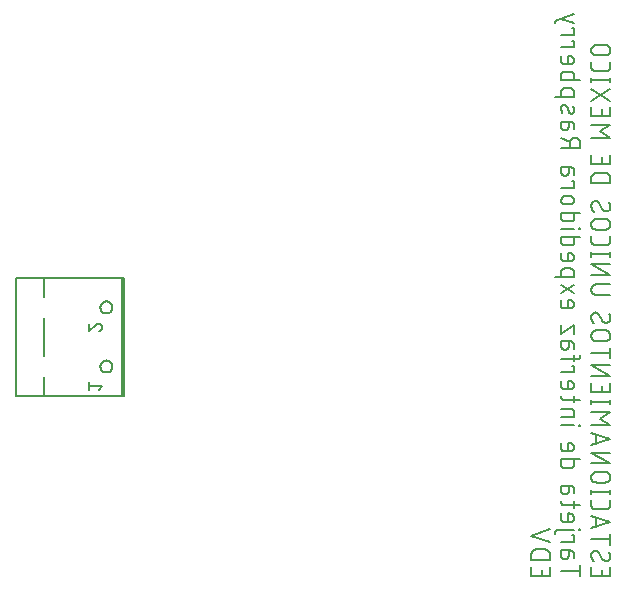
<source format=gbr>
G04 EAGLE Gerber X2 export*
%TF.Part,Single*%
%TF.FileFunction,Legend,Bot,1*%
%TF.FilePolarity,Positive*%
%TF.GenerationSoftware,Autodesk,EAGLE,8.7.0*%
%TF.CreationDate,2018-11-07T22:53:50Z*%
G75*
%MOMM*%
%FSLAX34Y34*%
%LPD*%
%AMOC8*
5,1,8,0,0,1.08239X$1,22.5*%
G01*
%ADD10C,0.152400*%
%ADD11C,0.127000*%


D10*
X470662Y246578D02*
X486918Y246578D01*
X486918Y251093D02*
X486918Y242062D01*
X476984Y259600D02*
X476984Y263664D01*
X476984Y259600D02*
X476982Y259488D01*
X476976Y259377D01*
X476966Y259266D01*
X476953Y259155D01*
X476935Y259045D01*
X476913Y258936D01*
X476888Y258827D01*
X476859Y258719D01*
X476826Y258613D01*
X476789Y258507D01*
X476749Y258403D01*
X476705Y258301D01*
X476657Y258200D01*
X476606Y258101D01*
X476551Y258003D01*
X476493Y257908D01*
X476432Y257815D01*
X476367Y257724D01*
X476299Y257635D01*
X476228Y257549D01*
X476155Y257466D01*
X476078Y257385D01*
X475998Y257306D01*
X475916Y257231D01*
X475831Y257159D01*
X475744Y257089D01*
X475654Y257023D01*
X475562Y256960D01*
X475467Y256900D01*
X475371Y256844D01*
X475273Y256791D01*
X475173Y256742D01*
X475071Y256696D01*
X474968Y256654D01*
X474863Y256615D01*
X474757Y256580D01*
X474650Y256549D01*
X474542Y256522D01*
X474433Y256498D01*
X474323Y256479D01*
X474213Y256463D01*
X474102Y256451D01*
X473990Y256443D01*
X473879Y256439D01*
X473767Y256439D01*
X473656Y256443D01*
X473544Y256451D01*
X473433Y256463D01*
X473323Y256479D01*
X473213Y256498D01*
X473104Y256522D01*
X472996Y256549D01*
X472889Y256580D01*
X472783Y256615D01*
X472678Y256654D01*
X472575Y256696D01*
X472473Y256742D01*
X472373Y256791D01*
X472275Y256844D01*
X472179Y256900D01*
X472084Y256960D01*
X471992Y257023D01*
X471902Y257089D01*
X471815Y257159D01*
X471730Y257231D01*
X471648Y257306D01*
X471568Y257385D01*
X471491Y257466D01*
X471418Y257549D01*
X471347Y257635D01*
X471279Y257724D01*
X471214Y257815D01*
X471153Y257908D01*
X471095Y258003D01*
X471040Y258101D01*
X470989Y258200D01*
X470941Y258301D01*
X470897Y258403D01*
X470857Y258507D01*
X470820Y258613D01*
X470787Y258719D01*
X470758Y258827D01*
X470733Y258936D01*
X470711Y259045D01*
X470693Y259155D01*
X470680Y259266D01*
X470670Y259377D01*
X470664Y259488D01*
X470662Y259600D01*
X470662Y263664D01*
X478790Y263664D01*
X478790Y263663D02*
X478891Y263661D01*
X478992Y263655D01*
X479093Y263646D01*
X479194Y263633D01*
X479294Y263616D01*
X479393Y263595D01*
X479491Y263571D01*
X479588Y263543D01*
X479685Y263511D01*
X479780Y263476D01*
X479873Y263437D01*
X479965Y263395D01*
X480056Y263349D01*
X480145Y263300D01*
X480231Y263248D01*
X480316Y263192D01*
X480399Y263134D01*
X480479Y263072D01*
X480557Y263007D01*
X480633Y262940D01*
X480706Y262870D01*
X480776Y262797D01*
X480843Y262721D01*
X480908Y262643D01*
X480970Y262563D01*
X481028Y262480D01*
X481084Y262395D01*
X481136Y262309D01*
X481185Y262220D01*
X481231Y262129D01*
X481273Y262037D01*
X481312Y261944D01*
X481347Y261849D01*
X481379Y261752D01*
X481407Y261655D01*
X481431Y261557D01*
X481452Y261458D01*
X481469Y261358D01*
X481482Y261257D01*
X481491Y261156D01*
X481497Y261055D01*
X481499Y260954D01*
X481499Y257342D01*
X481499Y271186D02*
X470662Y271186D01*
X481499Y271186D02*
X481499Y276605D01*
X479693Y276605D01*
X481499Y281244D02*
X467953Y281244D01*
X467849Y281242D01*
X467746Y281236D01*
X467642Y281226D01*
X467539Y281212D01*
X467437Y281194D01*
X467336Y281173D01*
X467235Y281147D01*
X467136Y281118D01*
X467037Y281085D01*
X466940Y281048D01*
X466845Y281007D01*
X466751Y280963D01*
X466659Y280915D01*
X466569Y280864D01*
X466480Y280809D01*
X466394Y280751D01*
X466311Y280689D01*
X466229Y280625D01*
X466151Y280557D01*
X466075Y280487D01*
X466001Y280414D01*
X465931Y280337D01*
X465863Y280259D01*
X465799Y280177D01*
X465737Y280094D01*
X465679Y280008D01*
X465624Y279919D01*
X465573Y279829D01*
X465525Y279737D01*
X465481Y279643D01*
X465440Y279548D01*
X465403Y279451D01*
X465370Y279352D01*
X465341Y279253D01*
X465315Y279152D01*
X465294Y279051D01*
X465276Y278949D01*
X465262Y278846D01*
X465252Y278742D01*
X465246Y278639D01*
X465244Y278535D01*
X465243Y278535D02*
X465243Y277632D01*
X486015Y280793D02*
X486918Y280793D01*
X486918Y281696D01*
X486015Y281696D01*
X486015Y280793D01*
X470662Y290484D02*
X470662Y295000D01*
X470662Y290484D02*
X470664Y290383D01*
X470670Y290282D01*
X470679Y290181D01*
X470692Y290080D01*
X470709Y289980D01*
X470730Y289881D01*
X470754Y289783D01*
X470782Y289686D01*
X470814Y289589D01*
X470849Y289494D01*
X470888Y289401D01*
X470930Y289309D01*
X470976Y289218D01*
X471025Y289130D01*
X471077Y289043D01*
X471133Y288958D01*
X471191Y288875D01*
X471253Y288795D01*
X471318Y288717D01*
X471385Y288641D01*
X471455Y288568D01*
X471528Y288498D01*
X471604Y288431D01*
X471682Y288366D01*
X471762Y288304D01*
X471845Y288246D01*
X471930Y288190D01*
X472017Y288138D01*
X472105Y288089D01*
X472196Y288043D01*
X472288Y288001D01*
X472381Y287962D01*
X472476Y287927D01*
X472573Y287895D01*
X472670Y287867D01*
X472768Y287843D01*
X472867Y287822D01*
X472967Y287805D01*
X473068Y287792D01*
X473169Y287783D01*
X473270Y287777D01*
X473371Y287775D01*
X477887Y287775D01*
X478006Y287777D01*
X478126Y287783D01*
X478245Y287793D01*
X478363Y287807D01*
X478482Y287824D01*
X478599Y287846D01*
X478716Y287871D01*
X478831Y287901D01*
X478946Y287934D01*
X479060Y287971D01*
X479172Y288011D01*
X479283Y288056D01*
X479392Y288104D01*
X479500Y288155D01*
X479606Y288210D01*
X479710Y288269D01*
X479812Y288331D01*
X479912Y288396D01*
X480010Y288465D01*
X480106Y288537D01*
X480199Y288612D01*
X480289Y288689D01*
X480377Y288770D01*
X480462Y288854D01*
X480544Y288941D01*
X480624Y289030D01*
X480700Y289122D01*
X480774Y289216D01*
X480844Y289313D01*
X480911Y289411D01*
X480975Y289512D01*
X481035Y289616D01*
X481092Y289721D01*
X481145Y289828D01*
X481195Y289936D01*
X481241Y290046D01*
X481283Y290158D01*
X481322Y290271D01*
X481357Y290385D01*
X481388Y290500D01*
X481416Y290617D01*
X481439Y290734D01*
X481459Y290851D01*
X481475Y290970D01*
X481487Y291089D01*
X481495Y291208D01*
X481499Y291327D01*
X481499Y291447D01*
X481495Y291566D01*
X481487Y291685D01*
X481475Y291804D01*
X481459Y291923D01*
X481439Y292040D01*
X481416Y292157D01*
X481388Y292274D01*
X481357Y292389D01*
X481322Y292503D01*
X481283Y292616D01*
X481241Y292728D01*
X481195Y292838D01*
X481145Y292946D01*
X481092Y293053D01*
X481035Y293158D01*
X480975Y293262D01*
X480911Y293363D01*
X480844Y293461D01*
X480774Y293558D01*
X480700Y293652D01*
X480624Y293744D01*
X480544Y293833D01*
X480462Y293920D01*
X480377Y294004D01*
X480289Y294085D01*
X480199Y294162D01*
X480106Y294237D01*
X480010Y294309D01*
X479912Y294378D01*
X479812Y294443D01*
X479710Y294505D01*
X479606Y294564D01*
X479500Y294619D01*
X479392Y294670D01*
X479283Y294718D01*
X479172Y294763D01*
X479060Y294803D01*
X478946Y294840D01*
X478831Y294873D01*
X478716Y294903D01*
X478599Y294928D01*
X478482Y294950D01*
X478363Y294967D01*
X478245Y294981D01*
X478126Y294991D01*
X478006Y294997D01*
X477887Y294999D01*
X477887Y295000D02*
X476081Y295000D01*
X476081Y287775D01*
X481499Y300024D02*
X481499Y305443D01*
X486918Y301831D02*
X473371Y301831D01*
X473270Y301833D01*
X473169Y301839D01*
X473068Y301848D01*
X472967Y301861D01*
X472867Y301878D01*
X472768Y301899D01*
X472670Y301923D01*
X472573Y301951D01*
X472476Y301983D01*
X472381Y302018D01*
X472288Y302057D01*
X472196Y302099D01*
X472105Y302145D01*
X472017Y302194D01*
X471930Y302246D01*
X471845Y302302D01*
X471762Y302360D01*
X471682Y302422D01*
X471604Y302487D01*
X471528Y302554D01*
X471455Y302624D01*
X471385Y302697D01*
X471318Y302773D01*
X471253Y302851D01*
X471191Y302931D01*
X471133Y303014D01*
X471077Y303099D01*
X471025Y303186D01*
X470976Y303274D01*
X470930Y303365D01*
X470888Y303457D01*
X470849Y303550D01*
X470814Y303645D01*
X470782Y303742D01*
X470754Y303839D01*
X470730Y303937D01*
X470709Y304036D01*
X470692Y304136D01*
X470679Y304237D01*
X470670Y304338D01*
X470664Y304439D01*
X470662Y304540D01*
X470662Y305443D01*
X476984Y314309D02*
X476984Y318373D01*
X476984Y314309D02*
X476982Y314197D01*
X476976Y314086D01*
X476966Y313975D01*
X476953Y313864D01*
X476935Y313754D01*
X476913Y313645D01*
X476888Y313536D01*
X476859Y313428D01*
X476826Y313322D01*
X476789Y313216D01*
X476749Y313112D01*
X476705Y313010D01*
X476657Y312909D01*
X476606Y312810D01*
X476551Y312712D01*
X476493Y312617D01*
X476432Y312524D01*
X476367Y312433D01*
X476299Y312344D01*
X476228Y312258D01*
X476155Y312175D01*
X476078Y312094D01*
X475998Y312015D01*
X475916Y311940D01*
X475831Y311868D01*
X475744Y311798D01*
X475654Y311732D01*
X475562Y311669D01*
X475467Y311609D01*
X475371Y311553D01*
X475273Y311500D01*
X475173Y311451D01*
X475071Y311405D01*
X474968Y311363D01*
X474863Y311324D01*
X474757Y311289D01*
X474650Y311258D01*
X474542Y311231D01*
X474433Y311207D01*
X474323Y311188D01*
X474213Y311172D01*
X474102Y311160D01*
X473990Y311152D01*
X473879Y311148D01*
X473767Y311148D01*
X473656Y311152D01*
X473544Y311160D01*
X473433Y311172D01*
X473323Y311188D01*
X473213Y311207D01*
X473104Y311231D01*
X472996Y311258D01*
X472889Y311289D01*
X472783Y311324D01*
X472678Y311363D01*
X472575Y311405D01*
X472473Y311451D01*
X472373Y311500D01*
X472275Y311553D01*
X472179Y311609D01*
X472084Y311669D01*
X471992Y311732D01*
X471902Y311798D01*
X471815Y311868D01*
X471730Y311940D01*
X471648Y312015D01*
X471568Y312094D01*
X471491Y312175D01*
X471418Y312258D01*
X471347Y312344D01*
X471279Y312433D01*
X471214Y312524D01*
X471153Y312617D01*
X471095Y312712D01*
X471040Y312810D01*
X470989Y312909D01*
X470941Y313010D01*
X470897Y313112D01*
X470857Y313216D01*
X470820Y313322D01*
X470787Y313428D01*
X470758Y313536D01*
X470733Y313645D01*
X470711Y313754D01*
X470693Y313864D01*
X470680Y313975D01*
X470670Y314086D01*
X470664Y314197D01*
X470662Y314309D01*
X470662Y318373D01*
X478790Y318373D01*
X478891Y318371D01*
X478992Y318365D01*
X479093Y318356D01*
X479194Y318343D01*
X479294Y318326D01*
X479393Y318305D01*
X479491Y318281D01*
X479588Y318253D01*
X479685Y318221D01*
X479780Y318186D01*
X479873Y318147D01*
X479965Y318105D01*
X480056Y318059D01*
X480145Y318010D01*
X480231Y317958D01*
X480316Y317902D01*
X480399Y317844D01*
X480479Y317782D01*
X480557Y317717D01*
X480633Y317650D01*
X480706Y317580D01*
X480776Y317507D01*
X480843Y317431D01*
X480908Y317353D01*
X480970Y317273D01*
X481028Y317190D01*
X481084Y317105D01*
X481136Y317019D01*
X481185Y316930D01*
X481231Y316839D01*
X481273Y316747D01*
X481312Y316654D01*
X481347Y316559D01*
X481379Y316462D01*
X481407Y316365D01*
X481431Y316267D01*
X481452Y316168D01*
X481469Y316068D01*
X481482Y315967D01*
X481491Y315866D01*
X481497Y315765D01*
X481499Y315664D01*
X481499Y312051D01*
X486918Y340778D02*
X470662Y340778D01*
X470662Y336262D01*
X470664Y336161D01*
X470670Y336060D01*
X470679Y335959D01*
X470692Y335858D01*
X470709Y335758D01*
X470730Y335659D01*
X470754Y335561D01*
X470782Y335464D01*
X470814Y335367D01*
X470849Y335272D01*
X470888Y335179D01*
X470930Y335087D01*
X470976Y334996D01*
X471025Y334908D01*
X471077Y334821D01*
X471133Y334736D01*
X471191Y334653D01*
X471253Y334573D01*
X471318Y334495D01*
X471385Y334419D01*
X471455Y334346D01*
X471528Y334276D01*
X471604Y334209D01*
X471682Y334144D01*
X471762Y334082D01*
X471845Y334024D01*
X471930Y333968D01*
X472017Y333916D01*
X472105Y333867D01*
X472196Y333821D01*
X472288Y333779D01*
X472381Y333740D01*
X472476Y333705D01*
X472573Y333673D01*
X472670Y333645D01*
X472768Y333621D01*
X472867Y333600D01*
X472967Y333583D01*
X473068Y333570D01*
X473169Y333561D01*
X473270Y333555D01*
X473371Y333553D01*
X478790Y333553D01*
X478891Y333555D01*
X478992Y333561D01*
X479093Y333570D01*
X479194Y333583D01*
X479294Y333600D01*
X479393Y333621D01*
X479491Y333645D01*
X479588Y333673D01*
X479685Y333705D01*
X479780Y333740D01*
X479873Y333779D01*
X479965Y333821D01*
X480056Y333867D01*
X480145Y333916D01*
X480231Y333968D01*
X480316Y334024D01*
X480399Y334082D01*
X480479Y334144D01*
X480557Y334209D01*
X480633Y334276D01*
X480706Y334346D01*
X480776Y334419D01*
X480843Y334495D01*
X480908Y334573D01*
X480970Y334653D01*
X481028Y334736D01*
X481084Y334821D01*
X481136Y334908D01*
X481185Y334996D01*
X481231Y335087D01*
X481273Y335179D01*
X481312Y335272D01*
X481347Y335367D01*
X481379Y335464D01*
X481407Y335561D01*
X481431Y335659D01*
X481452Y335758D01*
X481469Y335858D01*
X481482Y335959D01*
X481491Y336060D01*
X481497Y336161D01*
X481499Y336262D01*
X481499Y340778D01*
X470662Y350404D02*
X470662Y354919D01*
X470662Y350404D02*
X470664Y350303D01*
X470670Y350202D01*
X470679Y350101D01*
X470692Y350000D01*
X470709Y349900D01*
X470730Y349801D01*
X470754Y349703D01*
X470782Y349606D01*
X470814Y349509D01*
X470849Y349414D01*
X470888Y349321D01*
X470930Y349229D01*
X470976Y349138D01*
X471025Y349050D01*
X471077Y348963D01*
X471133Y348878D01*
X471191Y348795D01*
X471253Y348715D01*
X471318Y348637D01*
X471385Y348561D01*
X471455Y348488D01*
X471528Y348418D01*
X471604Y348351D01*
X471682Y348286D01*
X471762Y348224D01*
X471845Y348166D01*
X471930Y348110D01*
X472017Y348058D01*
X472105Y348009D01*
X472196Y347963D01*
X472288Y347921D01*
X472381Y347882D01*
X472476Y347847D01*
X472573Y347815D01*
X472670Y347787D01*
X472768Y347763D01*
X472867Y347742D01*
X472967Y347725D01*
X473068Y347712D01*
X473169Y347703D01*
X473270Y347697D01*
X473371Y347695D01*
X473371Y347694D02*
X477887Y347694D01*
X477887Y347695D02*
X478006Y347697D01*
X478126Y347703D01*
X478245Y347713D01*
X478363Y347727D01*
X478482Y347744D01*
X478599Y347766D01*
X478716Y347791D01*
X478831Y347821D01*
X478946Y347854D01*
X479060Y347891D01*
X479172Y347931D01*
X479283Y347976D01*
X479392Y348024D01*
X479500Y348075D01*
X479606Y348130D01*
X479710Y348189D01*
X479812Y348251D01*
X479912Y348316D01*
X480010Y348385D01*
X480106Y348457D01*
X480199Y348532D01*
X480289Y348609D01*
X480377Y348690D01*
X480462Y348774D01*
X480544Y348861D01*
X480624Y348950D01*
X480700Y349042D01*
X480774Y349136D01*
X480844Y349233D01*
X480911Y349331D01*
X480975Y349432D01*
X481035Y349536D01*
X481092Y349641D01*
X481145Y349748D01*
X481195Y349856D01*
X481241Y349966D01*
X481283Y350078D01*
X481322Y350191D01*
X481357Y350305D01*
X481388Y350420D01*
X481416Y350537D01*
X481439Y350654D01*
X481459Y350771D01*
X481475Y350890D01*
X481487Y351009D01*
X481495Y351128D01*
X481499Y351247D01*
X481499Y351367D01*
X481495Y351486D01*
X481487Y351605D01*
X481475Y351724D01*
X481459Y351843D01*
X481439Y351960D01*
X481416Y352077D01*
X481388Y352194D01*
X481357Y352309D01*
X481322Y352423D01*
X481283Y352536D01*
X481241Y352648D01*
X481195Y352758D01*
X481145Y352866D01*
X481092Y352973D01*
X481035Y353078D01*
X480975Y353182D01*
X480911Y353283D01*
X480844Y353381D01*
X480774Y353478D01*
X480700Y353572D01*
X480624Y353664D01*
X480544Y353753D01*
X480462Y353840D01*
X480377Y353924D01*
X480289Y354005D01*
X480199Y354082D01*
X480106Y354157D01*
X480010Y354229D01*
X479912Y354298D01*
X479812Y354363D01*
X479710Y354425D01*
X479606Y354484D01*
X479500Y354539D01*
X479392Y354590D01*
X479283Y354638D01*
X479172Y354683D01*
X479060Y354723D01*
X478946Y354760D01*
X478831Y354793D01*
X478716Y354823D01*
X478599Y354848D01*
X478482Y354870D01*
X478363Y354887D01*
X478245Y354901D01*
X478126Y354911D01*
X478006Y354917D01*
X477887Y354919D01*
X476081Y354919D01*
X476081Y347694D01*
X470662Y369543D02*
X481499Y369543D01*
X486015Y369092D02*
X486918Y369092D01*
X486918Y369995D01*
X486015Y369995D01*
X486015Y369092D01*
X481499Y376351D02*
X470662Y376351D01*
X481499Y376351D02*
X481499Y380867D01*
X481497Y380968D01*
X481491Y381069D01*
X481482Y381170D01*
X481469Y381271D01*
X481452Y381371D01*
X481431Y381470D01*
X481407Y381568D01*
X481379Y381665D01*
X481347Y381762D01*
X481312Y381857D01*
X481273Y381950D01*
X481231Y382042D01*
X481185Y382133D01*
X481136Y382222D01*
X481084Y382308D01*
X481028Y382393D01*
X480970Y382476D01*
X480908Y382556D01*
X480843Y382634D01*
X480776Y382710D01*
X480706Y382783D01*
X480633Y382853D01*
X480557Y382920D01*
X480479Y382985D01*
X480399Y383047D01*
X480316Y383105D01*
X480231Y383161D01*
X480145Y383213D01*
X480056Y383262D01*
X479965Y383308D01*
X479873Y383350D01*
X479780Y383389D01*
X479685Y383424D01*
X479588Y383456D01*
X479491Y383484D01*
X479393Y383508D01*
X479294Y383529D01*
X479194Y383546D01*
X479093Y383559D01*
X478992Y383568D01*
X478891Y383574D01*
X478790Y383576D01*
X470662Y383576D01*
X481499Y389122D02*
X481499Y394541D01*
X486918Y390928D02*
X473371Y390928D01*
X473371Y390929D02*
X473270Y390931D01*
X473169Y390937D01*
X473068Y390946D01*
X472967Y390959D01*
X472867Y390976D01*
X472768Y390997D01*
X472670Y391021D01*
X472573Y391049D01*
X472476Y391081D01*
X472381Y391116D01*
X472288Y391155D01*
X472196Y391197D01*
X472105Y391243D01*
X472017Y391292D01*
X471930Y391344D01*
X471845Y391400D01*
X471762Y391458D01*
X471682Y391520D01*
X471604Y391585D01*
X471528Y391652D01*
X471455Y391722D01*
X471385Y391795D01*
X471318Y391871D01*
X471253Y391949D01*
X471191Y392029D01*
X471133Y392112D01*
X471077Y392197D01*
X471025Y392284D01*
X470976Y392372D01*
X470930Y392463D01*
X470888Y392555D01*
X470849Y392648D01*
X470814Y392743D01*
X470782Y392840D01*
X470754Y392937D01*
X470730Y393035D01*
X470709Y393134D01*
X470692Y393234D01*
X470679Y393335D01*
X470670Y393436D01*
X470664Y393537D01*
X470662Y393638D01*
X470662Y394541D01*
X470662Y403029D02*
X470662Y407544D01*
X470662Y403029D02*
X470664Y402928D01*
X470670Y402827D01*
X470679Y402726D01*
X470692Y402625D01*
X470709Y402525D01*
X470730Y402426D01*
X470754Y402328D01*
X470782Y402231D01*
X470814Y402134D01*
X470849Y402039D01*
X470888Y401946D01*
X470930Y401854D01*
X470976Y401763D01*
X471025Y401675D01*
X471077Y401588D01*
X471133Y401503D01*
X471191Y401420D01*
X471253Y401340D01*
X471318Y401262D01*
X471385Y401186D01*
X471455Y401113D01*
X471528Y401043D01*
X471604Y400976D01*
X471682Y400911D01*
X471762Y400849D01*
X471845Y400791D01*
X471930Y400735D01*
X472017Y400683D01*
X472105Y400634D01*
X472196Y400588D01*
X472288Y400546D01*
X472381Y400507D01*
X472476Y400472D01*
X472573Y400440D01*
X472670Y400412D01*
X472768Y400388D01*
X472867Y400367D01*
X472967Y400350D01*
X473068Y400337D01*
X473169Y400328D01*
X473270Y400322D01*
X473371Y400320D01*
X473371Y400319D02*
X477887Y400319D01*
X477887Y400320D02*
X478006Y400322D01*
X478126Y400328D01*
X478245Y400338D01*
X478363Y400352D01*
X478482Y400369D01*
X478599Y400391D01*
X478716Y400416D01*
X478831Y400446D01*
X478946Y400479D01*
X479060Y400516D01*
X479172Y400556D01*
X479283Y400601D01*
X479392Y400649D01*
X479500Y400700D01*
X479606Y400755D01*
X479710Y400814D01*
X479812Y400876D01*
X479912Y400941D01*
X480010Y401010D01*
X480106Y401082D01*
X480199Y401157D01*
X480289Y401234D01*
X480377Y401315D01*
X480462Y401399D01*
X480544Y401486D01*
X480624Y401575D01*
X480700Y401667D01*
X480774Y401761D01*
X480844Y401858D01*
X480911Y401956D01*
X480975Y402057D01*
X481035Y402161D01*
X481092Y402266D01*
X481145Y402373D01*
X481195Y402481D01*
X481241Y402591D01*
X481283Y402703D01*
X481322Y402816D01*
X481357Y402930D01*
X481388Y403045D01*
X481416Y403162D01*
X481439Y403279D01*
X481459Y403396D01*
X481475Y403515D01*
X481487Y403634D01*
X481495Y403753D01*
X481499Y403872D01*
X481499Y403992D01*
X481495Y404111D01*
X481487Y404230D01*
X481475Y404349D01*
X481459Y404468D01*
X481439Y404585D01*
X481416Y404702D01*
X481388Y404819D01*
X481357Y404934D01*
X481322Y405048D01*
X481283Y405161D01*
X481241Y405273D01*
X481195Y405383D01*
X481145Y405491D01*
X481092Y405598D01*
X481035Y405703D01*
X480975Y405807D01*
X480911Y405908D01*
X480844Y406006D01*
X480774Y406103D01*
X480700Y406197D01*
X480624Y406289D01*
X480544Y406378D01*
X480462Y406465D01*
X480377Y406549D01*
X480289Y406630D01*
X480199Y406707D01*
X480106Y406782D01*
X480010Y406854D01*
X479912Y406923D01*
X479812Y406988D01*
X479710Y407050D01*
X479606Y407109D01*
X479500Y407164D01*
X479392Y407215D01*
X479283Y407263D01*
X479172Y407308D01*
X479060Y407348D01*
X478946Y407385D01*
X478831Y407418D01*
X478716Y407448D01*
X478599Y407473D01*
X478482Y407495D01*
X478363Y407512D01*
X478245Y407526D01*
X478126Y407536D01*
X478006Y407542D01*
X477887Y407544D01*
X476081Y407544D01*
X476081Y400319D01*
X470662Y414472D02*
X481499Y414472D01*
X481499Y419891D01*
X479693Y419891D01*
X484209Y425696D02*
X470662Y425696D01*
X484209Y425696D02*
X484313Y425698D01*
X484416Y425704D01*
X484520Y425714D01*
X484623Y425728D01*
X484725Y425746D01*
X484826Y425767D01*
X484927Y425793D01*
X485026Y425822D01*
X485125Y425855D01*
X485222Y425892D01*
X485317Y425933D01*
X485411Y425977D01*
X485503Y426025D01*
X485593Y426076D01*
X485682Y426131D01*
X485768Y426189D01*
X485851Y426251D01*
X485933Y426315D01*
X486011Y426383D01*
X486087Y426453D01*
X486161Y426526D01*
X486231Y426603D01*
X486299Y426681D01*
X486363Y426763D01*
X486425Y426846D01*
X486483Y426932D01*
X486538Y427021D01*
X486589Y427111D01*
X486637Y427203D01*
X486681Y427297D01*
X486722Y427392D01*
X486759Y427489D01*
X486792Y427588D01*
X486821Y427687D01*
X486847Y427788D01*
X486868Y427889D01*
X486886Y427991D01*
X486900Y428094D01*
X486910Y428198D01*
X486916Y428301D01*
X486918Y428405D01*
X486918Y429308D01*
X481499Y429308D02*
X481499Y423890D01*
X476984Y436753D02*
X476984Y440817D01*
X476984Y436753D02*
X476982Y436641D01*
X476976Y436530D01*
X476966Y436419D01*
X476953Y436308D01*
X476935Y436198D01*
X476913Y436089D01*
X476888Y435980D01*
X476859Y435872D01*
X476826Y435766D01*
X476789Y435660D01*
X476749Y435556D01*
X476705Y435454D01*
X476657Y435353D01*
X476606Y435254D01*
X476551Y435156D01*
X476493Y435061D01*
X476432Y434968D01*
X476367Y434877D01*
X476299Y434788D01*
X476228Y434702D01*
X476155Y434619D01*
X476078Y434538D01*
X475998Y434459D01*
X475916Y434384D01*
X475831Y434312D01*
X475744Y434242D01*
X475654Y434176D01*
X475562Y434113D01*
X475467Y434053D01*
X475371Y433997D01*
X475273Y433944D01*
X475173Y433895D01*
X475071Y433849D01*
X474968Y433807D01*
X474863Y433768D01*
X474757Y433733D01*
X474650Y433702D01*
X474542Y433675D01*
X474433Y433651D01*
X474323Y433632D01*
X474213Y433616D01*
X474102Y433604D01*
X473990Y433596D01*
X473879Y433592D01*
X473767Y433592D01*
X473656Y433596D01*
X473544Y433604D01*
X473433Y433616D01*
X473323Y433632D01*
X473213Y433651D01*
X473104Y433675D01*
X472996Y433702D01*
X472889Y433733D01*
X472783Y433768D01*
X472678Y433807D01*
X472575Y433849D01*
X472473Y433895D01*
X472373Y433944D01*
X472275Y433997D01*
X472179Y434053D01*
X472084Y434113D01*
X471992Y434176D01*
X471902Y434242D01*
X471815Y434312D01*
X471730Y434384D01*
X471648Y434459D01*
X471568Y434538D01*
X471491Y434619D01*
X471418Y434702D01*
X471347Y434788D01*
X471279Y434877D01*
X471214Y434968D01*
X471153Y435061D01*
X471095Y435156D01*
X471040Y435254D01*
X470989Y435353D01*
X470941Y435454D01*
X470897Y435556D01*
X470857Y435660D01*
X470820Y435766D01*
X470787Y435872D01*
X470758Y435980D01*
X470733Y436089D01*
X470711Y436198D01*
X470693Y436308D01*
X470680Y436419D01*
X470670Y436530D01*
X470664Y436641D01*
X470662Y436753D01*
X470662Y440817D01*
X478790Y440817D01*
X478891Y440815D01*
X478992Y440809D01*
X479093Y440800D01*
X479194Y440787D01*
X479294Y440770D01*
X479393Y440749D01*
X479491Y440725D01*
X479588Y440697D01*
X479685Y440665D01*
X479780Y440630D01*
X479873Y440591D01*
X479965Y440549D01*
X480056Y440503D01*
X480145Y440454D01*
X480231Y440402D01*
X480316Y440346D01*
X480399Y440288D01*
X480479Y440226D01*
X480557Y440161D01*
X480633Y440094D01*
X480706Y440024D01*
X480776Y439951D01*
X480843Y439875D01*
X480908Y439797D01*
X480970Y439717D01*
X481028Y439634D01*
X481084Y439549D01*
X481136Y439463D01*
X481185Y439374D01*
X481231Y439283D01*
X481273Y439191D01*
X481312Y439098D01*
X481347Y439003D01*
X481379Y438906D01*
X481407Y438809D01*
X481431Y438711D01*
X481452Y438612D01*
X481469Y438512D01*
X481482Y438411D01*
X481491Y438310D01*
X481497Y438209D01*
X481499Y438108D01*
X481499Y434496D01*
X481499Y447213D02*
X481499Y454438D01*
X470662Y447213D01*
X470662Y454438D01*
X470662Y471285D02*
X470662Y475800D01*
X470662Y471285D02*
X470664Y471184D01*
X470670Y471083D01*
X470679Y470982D01*
X470692Y470881D01*
X470709Y470781D01*
X470730Y470682D01*
X470754Y470584D01*
X470782Y470487D01*
X470814Y470390D01*
X470849Y470295D01*
X470888Y470202D01*
X470930Y470110D01*
X470976Y470019D01*
X471025Y469931D01*
X471077Y469844D01*
X471133Y469759D01*
X471191Y469676D01*
X471253Y469596D01*
X471318Y469518D01*
X471385Y469442D01*
X471455Y469369D01*
X471528Y469299D01*
X471604Y469232D01*
X471682Y469167D01*
X471762Y469105D01*
X471845Y469047D01*
X471930Y468991D01*
X472017Y468939D01*
X472105Y468890D01*
X472196Y468844D01*
X472288Y468802D01*
X472381Y468763D01*
X472476Y468728D01*
X472573Y468696D01*
X472670Y468668D01*
X472768Y468644D01*
X472867Y468623D01*
X472967Y468606D01*
X473068Y468593D01*
X473169Y468584D01*
X473270Y468578D01*
X473371Y468576D01*
X477887Y468576D01*
X478006Y468578D01*
X478126Y468584D01*
X478245Y468594D01*
X478363Y468608D01*
X478482Y468625D01*
X478599Y468647D01*
X478716Y468672D01*
X478831Y468702D01*
X478946Y468735D01*
X479060Y468772D01*
X479172Y468812D01*
X479283Y468857D01*
X479392Y468905D01*
X479500Y468956D01*
X479606Y469011D01*
X479710Y469070D01*
X479812Y469132D01*
X479912Y469197D01*
X480010Y469266D01*
X480106Y469338D01*
X480199Y469413D01*
X480289Y469490D01*
X480377Y469571D01*
X480462Y469655D01*
X480544Y469742D01*
X480624Y469831D01*
X480700Y469923D01*
X480774Y470017D01*
X480844Y470114D01*
X480911Y470212D01*
X480975Y470313D01*
X481035Y470417D01*
X481092Y470522D01*
X481145Y470629D01*
X481195Y470737D01*
X481241Y470847D01*
X481283Y470959D01*
X481322Y471072D01*
X481357Y471186D01*
X481388Y471301D01*
X481416Y471418D01*
X481439Y471535D01*
X481459Y471652D01*
X481475Y471771D01*
X481487Y471890D01*
X481495Y472009D01*
X481499Y472128D01*
X481499Y472248D01*
X481495Y472367D01*
X481487Y472486D01*
X481475Y472605D01*
X481459Y472724D01*
X481439Y472841D01*
X481416Y472958D01*
X481388Y473075D01*
X481357Y473190D01*
X481322Y473304D01*
X481283Y473417D01*
X481241Y473529D01*
X481195Y473639D01*
X481145Y473747D01*
X481092Y473854D01*
X481035Y473959D01*
X480975Y474063D01*
X480911Y474164D01*
X480844Y474262D01*
X480774Y474359D01*
X480700Y474453D01*
X480624Y474545D01*
X480544Y474634D01*
X480462Y474721D01*
X480377Y474805D01*
X480289Y474886D01*
X480199Y474963D01*
X480106Y475038D01*
X480010Y475110D01*
X479912Y475179D01*
X479812Y475244D01*
X479710Y475306D01*
X479606Y475365D01*
X479500Y475420D01*
X479392Y475471D01*
X479283Y475519D01*
X479172Y475564D01*
X479060Y475604D01*
X478946Y475641D01*
X478831Y475674D01*
X478716Y475704D01*
X478599Y475729D01*
X478482Y475751D01*
X478363Y475768D01*
X478245Y475782D01*
X478126Y475792D01*
X478006Y475798D01*
X477887Y475800D01*
X476081Y475800D01*
X476081Y468576D01*
X470662Y481602D02*
X481499Y488826D01*
X481499Y481602D02*
X470662Y488826D01*
X465243Y495222D02*
X481499Y495222D01*
X481499Y499737D01*
X481497Y499838D01*
X481491Y499939D01*
X481482Y500040D01*
X481469Y500141D01*
X481452Y500241D01*
X481431Y500340D01*
X481407Y500438D01*
X481379Y500535D01*
X481347Y500632D01*
X481312Y500727D01*
X481273Y500820D01*
X481231Y500912D01*
X481185Y501003D01*
X481136Y501092D01*
X481084Y501178D01*
X481028Y501263D01*
X480970Y501346D01*
X480908Y501426D01*
X480843Y501504D01*
X480776Y501580D01*
X480706Y501653D01*
X480633Y501723D01*
X480557Y501790D01*
X480479Y501855D01*
X480399Y501917D01*
X480316Y501975D01*
X480231Y502031D01*
X480145Y502083D01*
X480056Y502132D01*
X479965Y502178D01*
X479873Y502220D01*
X479780Y502259D01*
X479685Y502294D01*
X479588Y502326D01*
X479491Y502354D01*
X479393Y502378D01*
X479294Y502399D01*
X479194Y502416D01*
X479093Y502429D01*
X478992Y502438D01*
X478891Y502444D01*
X478790Y502446D01*
X478790Y502447D02*
X473371Y502447D01*
X473371Y502446D02*
X473270Y502444D01*
X473169Y502438D01*
X473068Y502429D01*
X472967Y502416D01*
X472867Y502399D01*
X472768Y502378D01*
X472670Y502354D01*
X472573Y502326D01*
X472476Y502294D01*
X472381Y502259D01*
X472288Y502220D01*
X472196Y502178D01*
X472105Y502132D01*
X472017Y502083D01*
X471930Y502031D01*
X471845Y501975D01*
X471762Y501917D01*
X471682Y501855D01*
X471604Y501790D01*
X471528Y501723D01*
X471455Y501653D01*
X471385Y501580D01*
X471318Y501504D01*
X471253Y501426D01*
X471191Y501346D01*
X471133Y501263D01*
X471077Y501178D01*
X471025Y501092D01*
X470976Y501003D01*
X470930Y500912D01*
X470888Y500820D01*
X470849Y500727D01*
X470814Y500632D01*
X470782Y500535D01*
X470754Y500438D01*
X470730Y500340D01*
X470709Y500241D01*
X470692Y500141D01*
X470679Y500040D01*
X470670Y499939D01*
X470664Y499838D01*
X470662Y499737D01*
X470662Y495222D01*
X470662Y511405D02*
X470662Y515921D01*
X470662Y511405D02*
X470664Y511304D01*
X470670Y511203D01*
X470679Y511102D01*
X470692Y511001D01*
X470709Y510901D01*
X470730Y510802D01*
X470754Y510704D01*
X470782Y510607D01*
X470814Y510510D01*
X470849Y510415D01*
X470888Y510322D01*
X470930Y510230D01*
X470976Y510139D01*
X471025Y510051D01*
X471077Y509964D01*
X471133Y509879D01*
X471191Y509796D01*
X471253Y509716D01*
X471318Y509638D01*
X471385Y509562D01*
X471455Y509489D01*
X471528Y509419D01*
X471604Y509352D01*
X471682Y509287D01*
X471762Y509225D01*
X471845Y509167D01*
X471930Y509111D01*
X472017Y509059D01*
X472105Y509010D01*
X472196Y508964D01*
X472288Y508922D01*
X472381Y508883D01*
X472476Y508848D01*
X472573Y508816D01*
X472670Y508788D01*
X472768Y508764D01*
X472867Y508743D01*
X472967Y508726D01*
X473068Y508713D01*
X473169Y508704D01*
X473270Y508698D01*
X473371Y508696D01*
X477887Y508696D01*
X478006Y508698D01*
X478126Y508704D01*
X478245Y508714D01*
X478363Y508728D01*
X478482Y508745D01*
X478599Y508767D01*
X478716Y508792D01*
X478831Y508822D01*
X478946Y508855D01*
X479060Y508892D01*
X479172Y508932D01*
X479283Y508977D01*
X479392Y509025D01*
X479500Y509076D01*
X479606Y509131D01*
X479710Y509190D01*
X479812Y509252D01*
X479912Y509317D01*
X480010Y509386D01*
X480106Y509458D01*
X480199Y509533D01*
X480289Y509610D01*
X480377Y509691D01*
X480462Y509775D01*
X480544Y509862D01*
X480624Y509951D01*
X480700Y510043D01*
X480774Y510137D01*
X480844Y510234D01*
X480911Y510332D01*
X480975Y510433D01*
X481035Y510537D01*
X481092Y510642D01*
X481145Y510749D01*
X481195Y510857D01*
X481241Y510967D01*
X481283Y511079D01*
X481322Y511192D01*
X481357Y511306D01*
X481388Y511421D01*
X481416Y511538D01*
X481439Y511655D01*
X481459Y511772D01*
X481475Y511891D01*
X481487Y512010D01*
X481495Y512129D01*
X481499Y512248D01*
X481499Y512368D01*
X481495Y512487D01*
X481487Y512606D01*
X481475Y512725D01*
X481459Y512844D01*
X481439Y512961D01*
X481416Y513078D01*
X481388Y513195D01*
X481357Y513310D01*
X481322Y513424D01*
X481283Y513537D01*
X481241Y513649D01*
X481195Y513759D01*
X481145Y513867D01*
X481092Y513974D01*
X481035Y514079D01*
X480975Y514183D01*
X480911Y514284D01*
X480844Y514382D01*
X480774Y514479D01*
X480700Y514573D01*
X480624Y514665D01*
X480544Y514754D01*
X480462Y514841D01*
X480377Y514925D01*
X480289Y515006D01*
X480199Y515083D01*
X480106Y515158D01*
X480010Y515230D01*
X479912Y515299D01*
X479812Y515364D01*
X479710Y515426D01*
X479606Y515485D01*
X479500Y515540D01*
X479392Y515591D01*
X479283Y515639D01*
X479172Y515684D01*
X479060Y515724D01*
X478946Y515761D01*
X478831Y515794D01*
X478716Y515824D01*
X478599Y515849D01*
X478482Y515871D01*
X478363Y515888D01*
X478245Y515902D01*
X478126Y515912D01*
X478006Y515918D01*
X477887Y515920D01*
X477887Y515921D02*
X476081Y515921D01*
X476081Y508696D01*
X470662Y529394D02*
X486918Y529394D01*
X470662Y529394D02*
X470662Y524879D01*
X470664Y524778D01*
X470670Y524677D01*
X470679Y524576D01*
X470692Y524475D01*
X470709Y524375D01*
X470730Y524276D01*
X470754Y524178D01*
X470782Y524081D01*
X470814Y523984D01*
X470849Y523889D01*
X470888Y523796D01*
X470930Y523704D01*
X470976Y523613D01*
X471025Y523525D01*
X471077Y523438D01*
X471133Y523353D01*
X471191Y523270D01*
X471253Y523190D01*
X471318Y523112D01*
X471385Y523036D01*
X471455Y522963D01*
X471528Y522893D01*
X471604Y522826D01*
X471682Y522761D01*
X471762Y522699D01*
X471845Y522641D01*
X471930Y522585D01*
X472017Y522533D01*
X472105Y522484D01*
X472196Y522438D01*
X472288Y522396D01*
X472381Y522357D01*
X472476Y522322D01*
X472573Y522290D01*
X472670Y522262D01*
X472768Y522238D01*
X472867Y522217D01*
X472967Y522200D01*
X473068Y522187D01*
X473169Y522178D01*
X473270Y522172D01*
X473371Y522170D01*
X473371Y522169D02*
X478790Y522169D01*
X478790Y522170D02*
X478891Y522172D01*
X478992Y522178D01*
X479093Y522187D01*
X479194Y522200D01*
X479294Y522217D01*
X479393Y522238D01*
X479491Y522262D01*
X479588Y522290D01*
X479685Y522322D01*
X479780Y522357D01*
X479873Y522396D01*
X479965Y522438D01*
X480056Y522484D01*
X480145Y522533D01*
X480231Y522585D01*
X480316Y522641D01*
X480399Y522699D01*
X480479Y522761D01*
X480557Y522826D01*
X480633Y522893D01*
X480706Y522963D01*
X480776Y523036D01*
X480843Y523112D01*
X480908Y523190D01*
X480970Y523270D01*
X481028Y523353D01*
X481084Y523438D01*
X481136Y523525D01*
X481185Y523613D01*
X481231Y523704D01*
X481273Y523796D01*
X481312Y523889D01*
X481347Y523984D01*
X481379Y524081D01*
X481407Y524178D01*
X481431Y524276D01*
X481452Y524375D01*
X481469Y524475D01*
X481482Y524576D01*
X481491Y524677D01*
X481497Y524778D01*
X481499Y524879D01*
X481499Y529394D01*
X481499Y536276D02*
X470662Y536276D01*
X486015Y535824D02*
X486918Y535824D01*
X486918Y536727D01*
X486015Y536727D01*
X486015Y535824D01*
X486918Y549715D02*
X470662Y549715D01*
X470662Y545199D01*
X470664Y545098D01*
X470670Y544997D01*
X470679Y544896D01*
X470692Y544795D01*
X470709Y544695D01*
X470730Y544596D01*
X470754Y544498D01*
X470782Y544401D01*
X470814Y544304D01*
X470849Y544209D01*
X470888Y544116D01*
X470930Y544024D01*
X470976Y543933D01*
X471025Y543845D01*
X471077Y543758D01*
X471133Y543673D01*
X471191Y543590D01*
X471253Y543510D01*
X471318Y543432D01*
X471385Y543356D01*
X471455Y543283D01*
X471528Y543213D01*
X471604Y543146D01*
X471682Y543081D01*
X471762Y543019D01*
X471845Y542961D01*
X471930Y542905D01*
X472017Y542853D01*
X472105Y542804D01*
X472196Y542758D01*
X472288Y542716D01*
X472381Y542677D01*
X472476Y542642D01*
X472573Y542610D01*
X472670Y542582D01*
X472768Y542558D01*
X472867Y542537D01*
X472967Y542520D01*
X473068Y542507D01*
X473169Y542498D01*
X473270Y542492D01*
X473371Y542490D01*
X478790Y542490D01*
X478891Y542492D01*
X478992Y542498D01*
X479093Y542507D01*
X479194Y542520D01*
X479294Y542537D01*
X479393Y542558D01*
X479491Y542582D01*
X479588Y542610D01*
X479685Y542642D01*
X479780Y542677D01*
X479873Y542716D01*
X479965Y542758D01*
X480056Y542804D01*
X480145Y542853D01*
X480231Y542905D01*
X480316Y542961D01*
X480399Y543019D01*
X480479Y543081D01*
X480557Y543146D01*
X480633Y543213D01*
X480706Y543283D01*
X480776Y543356D01*
X480843Y543432D01*
X480908Y543510D01*
X480970Y543590D01*
X481028Y543673D01*
X481084Y543758D01*
X481136Y543845D01*
X481185Y543933D01*
X481231Y544024D01*
X481273Y544116D01*
X481312Y544209D01*
X481347Y544304D01*
X481379Y544401D01*
X481407Y544498D01*
X481431Y544596D01*
X481452Y544695D01*
X481469Y544795D01*
X481482Y544896D01*
X481491Y544997D01*
X481497Y545098D01*
X481499Y545199D01*
X481499Y549715D01*
X477887Y556631D02*
X474274Y556631D01*
X477887Y556632D02*
X478006Y556634D01*
X478126Y556640D01*
X478245Y556650D01*
X478363Y556664D01*
X478482Y556681D01*
X478599Y556703D01*
X478716Y556728D01*
X478831Y556758D01*
X478946Y556791D01*
X479060Y556828D01*
X479172Y556868D01*
X479283Y556913D01*
X479392Y556961D01*
X479500Y557012D01*
X479606Y557067D01*
X479710Y557126D01*
X479812Y557188D01*
X479912Y557253D01*
X480010Y557322D01*
X480106Y557394D01*
X480199Y557469D01*
X480289Y557546D01*
X480377Y557627D01*
X480462Y557711D01*
X480544Y557798D01*
X480624Y557887D01*
X480700Y557979D01*
X480774Y558073D01*
X480844Y558170D01*
X480911Y558268D01*
X480975Y558369D01*
X481035Y558473D01*
X481092Y558578D01*
X481145Y558685D01*
X481195Y558793D01*
X481241Y558903D01*
X481283Y559015D01*
X481322Y559128D01*
X481357Y559242D01*
X481388Y559357D01*
X481416Y559474D01*
X481439Y559591D01*
X481459Y559708D01*
X481475Y559827D01*
X481487Y559946D01*
X481495Y560065D01*
X481499Y560184D01*
X481499Y560304D01*
X481495Y560423D01*
X481487Y560542D01*
X481475Y560661D01*
X481459Y560780D01*
X481439Y560897D01*
X481416Y561014D01*
X481388Y561131D01*
X481357Y561246D01*
X481322Y561360D01*
X481283Y561473D01*
X481241Y561585D01*
X481195Y561695D01*
X481145Y561803D01*
X481092Y561910D01*
X481035Y562015D01*
X480975Y562119D01*
X480911Y562220D01*
X480844Y562318D01*
X480774Y562415D01*
X480700Y562509D01*
X480624Y562601D01*
X480544Y562690D01*
X480462Y562777D01*
X480377Y562861D01*
X480289Y562942D01*
X480199Y563019D01*
X480106Y563094D01*
X480010Y563166D01*
X479912Y563235D01*
X479812Y563300D01*
X479710Y563362D01*
X479606Y563421D01*
X479500Y563476D01*
X479392Y563527D01*
X479283Y563575D01*
X479172Y563620D01*
X479060Y563660D01*
X478946Y563697D01*
X478831Y563730D01*
X478716Y563760D01*
X478599Y563785D01*
X478482Y563807D01*
X478363Y563824D01*
X478245Y563838D01*
X478126Y563848D01*
X478006Y563854D01*
X477887Y563856D01*
X474274Y563856D01*
X474155Y563854D01*
X474035Y563848D01*
X473916Y563838D01*
X473798Y563824D01*
X473679Y563807D01*
X473562Y563785D01*
X473445Y563760D01*
X473330Y563730D01*
X473215Y563697D01*
X473101Y563660D01*
X472989Y563620D01*
X472878Y563575D01*
X472769Y563527D01*
X472661Y563476D01*
X472555Y563421D01*
X472451Y563362D01*
X472349Y563300D01*
X472249Y563235D01*
X472151Y563166D01*
X472055Y563094D01*
X471962Y563019D01*
X471872Y562942D01*
X471784Y562861D01*
X471699Y562777D01*
X471617Y562690D01*
X471537Y562601D01*
X471461Y562509D01*
X471387Y562415D01*
X471317Y562318D01*
X471250Y562220D01*
X471186Y562119D01*
X471126Y562015D01*
X471069Y561910D01*
X471016Y561803D01*
X470966Y561695D01*
X470920Y561585D01*
X470878Y561473D01*
X470839Y561360D01*
X470804Y561246D01*
X470773Y561131D01*
X470745Y561014D01*
X470722Y560897D01*
X470702Y560780D01*
X470686Y560661D01*
X470674Y560542D01*
X470666Y560423D01*
X470662Y560304D01*
X470662Y560184D01*
X470666Y560065D01*
X470674Y559946D01*
X470686Y559827D01*
X470702Y559708D01*
X470722Y559591D01*
X470745Y559474D01*
X470773Y559357D01*
X470804Y559242D01*
X470839Y559128D01*
X470878Y559015D01*
X470920Y558903D01*
X470966Y558793D01*
X471016Y558685D01*
X471069Y558578D01*
X471126Y558473D01*
X471186Y558369D01*
X471250Y558268D01*
X471317Y558170D01*
X471387Y558073D01*
X471461Y557979D01*
X471537Y557887D01*
X471617Y557798D01*
X471699Y557711D01*
X471784Y557627D01*
X471872Y557546D01*
X471962Y557469D01*
X472055Y557394D01*
X472151Y557322D01*
X472249Y557253D01*
X472349Y557188D01*
X472451Y557126D01*
X472555Y557067D01*
X472661Y557012D01*
X472769Y556961D01*
X472878Y556913D01*
X472989Y556868D01*
X473101Y556828D01*
X473215Y556791D01*
X473330Y556758D01*
X473445Y556728D01*
X473562Y556703D01*
X473679Y556681D01*
X473798Y556664D01*
X473916Y556650D01*
X474035Y556640D01*
X474155Y556634D01*
X474274Y556632D01*
X470662Y570784D02*
X481499Y570784D01*
X481499Y576203D01*
X479693Y576203D01*
X476984Y584208D02*
X476984Y588272D01*
X476984Y584208D02*
X476982Y584096D01*
X476976Y583985D01*
X476966Y583874D01*
X476953Y583763D01*
X476935Y583653D01*
X476913Y583544D01*
X476888Y583435D01*
X476859Y583327D01*
X476826Y583221D01*
X476789Y583115D01*
X476749Y583011D01*
X476705Y582909D01*
X476657Y582808D01*
X476606Y582709D01*
X476551Y582611D01*
X476493Y582516D01*
X476432Y582423D01*
X476367Y582332D01*
X476299Y582243D01*
X476228Y582157D01*
X476155Y582074D01*
X476078Y581993D01*
X475998Y581914D01*
X475916Y581839D01*
X475831Y581767D01*
X475744Y581697D01*
X475654Y581631D01*
X475562Y581568D01*
X475467Y581508D01*
X475371Y581452D01*
X475273Y581399D01*
X475173Y581350D01*
X475071Y581304D01*
X474968Y581262D01*
X474863Y581223D01*
X474757Y581188D01*
X474650Y581157D01*
X474542Y581130D01*
X474433Y581106D01*
X474323Y581087D01*
X474213Y581071D01*
X474102Y581059D01*
X473990Y581051D01*
X473879Y581047D01*
X473767Y581047D01*
X473656Y581051D01*
X473544Y581059D01*
X473433Y581071D01*
X473323Y581087D01*
X473213Y581106D01*
X473104Y581130D01*
X472996Y581157D01*
X472889Y581188D01*
X472783Y581223D01*
X472678Y581262D01*
X472575Y581304D01*
X472473Y581350D01*
X472373Y581399D01*
X472275Y581452D01*
X472179Y581508D01*
X472084Y581568D01*
X471992Y581631D01*
X471902Y581697D01*
X471815Y581767D01*
X471730Y581839D01*
X471648Y581914D01*
X471568Y581993D01*
X471491Y582074D01*
X471418Y582157D01*
X471347Y582243D01*
X471279Y582332D01*
X471214Y582423D01*
X471153Y582516D01*
X471095Y582611D01*
X471040Y582709D01*
X470989Y582808D01*
X470941Y582909D01*
X470897Y583011D01*
X470857Y583115D01*
X470820Y583221D01*
X470787Y583327D01*
X470758Y583435D01*
X470733Y583544D01*
X470711Y583653D01*
X470693Y583763D01*
X470680Y583874D01*
X470670Y583985D01*
X470664Y584096D01*
X470662Y584208D01*
X470662Y588272D01*
X478790Y588272D01*
X478891Y588270D01*
X478992Y588264D01*
X479093Y588255D01*
X479194Y588242D01*
X479294Y588225D01*
X479393Y588204D01*
X479491Y588180D01*
X479588Y588152D01*
X479685Y588120D01*
X479780Y588085D01*
X479873Y588046D01*
X479965Y588004D01*
X480056Y587958D01*
X480145Y587909D01*
X480231Y587857D01*
X480316Y587801D01*
X480399Y587743D01*
X480479Y587681D01*
X480557Y587616D01*
X480633Y587549D01*
X480706Y587479D01*
X480776Y587406D01*
X480843Y587330D01*
X480908Y587252D01*
X480970Y587172D01*
X481028Y587089D01*
X481084Y587004D01*
X481136Y586918D01*
X481185Y586829D01*
X481231Y586738D01*
X481273Y586646D01*
X481312Y586553D01*
X481347Y586458D01*
X481379Y586361D01*
X481407Y586264D01*
X481431Y586166D01*
X481452Y586067D01*
X481469Y585967D01*
X481482Y585866D01*
X481491Y585765D01*
X481497Y585664D01*
X481499Y585563D01*
X481499Y581950D01*
X486918Y604277D02*
X470662Y604277D01*
X486918Y604277D02*
X486918Y608792D01*
X486916Y608925D01*
X486910Y609057D01*
X486900Y609189D01*
X486887Y609321D01*
X486869Y609453D01*
X486848Y609583D01*
X486823Y609714D01*
X486794Y609843D01*
X486761Y609971D01*
X486725Y610099D01*
X486685Y610225D01*
X486641Y610350D01*
X486593Y610474D01*
X486542Y610596D01*
X486487Y610717D01*
X486429Y610836D01*
X486367Y610954D01*
X486302Y611069D01*
X486233Y611183D01*
X486162Y611294D01*
X486086Y611403D01*
X486008Y611510D01*
X485927Y611615D01*
X485842Y611717D01*
X485755Y611817D01*
X485665Y611914D01*
X485572Y612009D01*
X485476Y612100D01*
X485378Y612189D01*
X485277Y612275D01*
X485173Y612358D01*
X485067Y612438D01*
X484959Y612514D01*
X484849Y612588D01*
X484736Y612658D01*
X484622Y612725D01*
X484505Y612788D01*
X484387Y612848D01*
X484267Y612905D01*
X484145Y612958D01*
X484022Y613007D01*
X483898Y613053D01*
X483772Y613095D01*
X483645Y613133D01*
X483517Y613168D01*
X483388Y613199D01*
X483259Y613226D01*
X483128Y613249D01*
X482997Y613269D01*
X482865Y613284D01*
X482733Y613296D01*
X482601Y613304D01*
X482468Y613308D01*
X482336Y613308D01*
X482203Y613304D01*
X482071Y613296D01*
X481939Y613284D01*
X481807Y613269D01*
X481676Y613249D01*
X481545Y613226D01*
X481416Y613199D01*
X481287Y613168D01*
X481159Y613133D01*
X481032Y613095D01*
X480906Y613053D01*
X480782Y613007D01*
X480659Y612958D01*
X480537Y612905D01*
X480417Y612848D01*
X480299Y612788D01*
X480182Y612725D01*
X480068Y612658D01*
X479955Y612588D01*
X479845Y612514D01*
X479737Y612438D01*
X479631Y612358D01*
X479527Y612275D01*
X479426Y612189D01*
X479328Y612100D01*
X479232Y612009D01*
X479139Y611914D01*
X479049Y611817D01*
X478962Y611717D01*
X478877Y611615D01*
X478796Y611510D01*
X478718Y611403D01*
X478642Y611294D01*
X478571Y611183D01*
X478502Y611069D01*
X478437Y610954D01*
X478375Y610836D01*
X478317Y610717D01*
X478262Y610596D01*
X478211Y610474D01*
X478163Y610350D01*
X478119Y610225D01*
X478079Y610099D01*
X478043Y609971D01*
X478010Y609843D01*
X477981Y609714D01*
X477956Y609583D01*
X477935Y609453D01*
X477917Y609321D01*
X477904Y609189D01*
X477894Y609057D01*
X477888Y608925D01*
X477886Y608792D01*
X477887Y608792D02*
X477887Y604277D01*
X477887Y609695D02*
X470662Y613308D01*
X476984Y622765D02*
X476984Y626829D01*
X476984Y622765D02*
X476982Y622653D01*
X476976Y622542D01*
X476966Y622431D01*
X476953Y622320D01*
X476935Y622210D01*
X476913Y622101D01*
X476888Y621992D01*
X476859Y621884D01*
X476826Y621778D01*
X476789Y621672D01*
X476749Y621568D01*
X476705Y621466D01*
X476657Y621365D01*
X476606Y621266D01*
X476551Y621168D01*
X476493Y621073D01*
X476432Y620980D01*
X476367Y620889D01*
X476299Y620800D01*
X476228Y620714D01*
X476155Y620631D01*
X476078Y620550D01*
X475998Y620471D01*
X475916Y620396D01*
X475831Y620324D01*
X475744Y620254D01*
X475654Y620188D01*
X475562Y620125D01*
X475467Y620065D01*
X475371Y620009D01*
X475273Y619956D01*
X475173Y619907D01*
X475071Y619861D01*
X474968Y619819D01*
X474863Y619780D01*
X474757Y619745D01*
X474650Y619714D01*
X474542Y619687D01*
X474433Y619663D01*
X474323Y619644D01*
X474213Y619628D01*
X474102Y619616D01*
X473990Y619608D01*
X473879Y619604D01*
X473767Y619604D01*
X473656Y619608D01*
X473544Y619616D01*
X473433Y619628D01*
X473323Y619644D01*
X473213Y619663D01*
X473104Y619687D01*
X472996Y619714D01*
X472889Y619745D01*
X472783Y619780D01*
X472678Y619819D01*
X472575Y619861D01*
X472473Y619907D01*
X472373Y619956D01*
X472275Y620009D01*
X472179Y620065D01*
X472084Y620125D01*
X471992Y620188D01*
X471902Y620254D01*
X471815Y620324D01*
X471730Y620396D01*
X471648Y620471D01*
X471568Y620550D01*
X471491Y620631D01*
X471418Y620714D01*
X471347Y620800D01*
X471279Y620889D01*
X471214Y620980D01*
X471153Y621073D01*
X471095Y621168D01*
X471040Y621266D01*
X470989Y621365D01*
X470941Y621466D01*
X470897Y621568D01*
X470857Y621672D01*
X470820Y621778D01*
X470787Y621884D01*
X470758Y621992D01*
X470733Y622101D01*
X470711Y622210D01*
X470693Y622320D01*
X470680Y622431D01*
X470670Y622542D01*
X470664Y622653D01*
X470662Y622765D01*
X470662Y626829D01*
X478790Y626829D01*
X478891Y626827D01*
X478992Y626821D01*
X479093Y626812D01*
X479194Y626799D01*
X479294Y626782D01*
X479393Y626761D01*
X479491Y626737D01*
X479588Y626709D01*
X479685Y626677D01*
X479780Y626642D01*
X479873Y626603D01*
X479965Y626561D01*
X480056Y626515D01*
X480145Y626466D01*
X480231Y626414D01*
X480316Y626358D01*
X480399Y626300D01*
X480479Y626238D01*
X480557Y626173D01*
X480633Y626106D01*
X480706Y626036D01*
X480776Y625963D01*
X480843Y625887D01*
X480908Y625809D01*
X480970Y625729D01*
X481028Y625646D01*
X481084Y625561D01*
X481136Y625475D01*
X481185Y625386D01*
X481231Y625295D01*
X481273Y625203D01*
X481312Y625110D01*
X481347Y625015D01*
X481379Y624918D01*
X481407Y624821D01*
X481431Y624723D01*
X481452Y624624D01*
X481469Y624524D01*
X481482Y624423D01*
X481491Y624322D01*
X481497Y624221D01*
X481499Y624120D01*
X481499Y620507D01*
X476984Y635100D02*
X475178Y639616D01*
X476984Y635100D02*
X477021Y635012D01*
X477062Y634926D01*
X477106Y634841D01*
X477154Y634758D01*
X477205Y634678D01*
X477259Y634599D01*
X477317Y634523D01*
X477377Y634449D01*
X477441Y634377D01*
X477507Y634309D01*
X477577Y634243D01*
X477648Y634180D01*
X477723Y634119D01*
X477799Y634062D01*
X477878Y634009D01*
X477959Y633958D01*
X478042Y633911D01*
X478127Y633867D01*
X478214Y633827D01*
X478302Y633790D01*
X478392Y633757D01*
X478483Y633727D01*
X478575Y633702D01*
X478668Y633680D01*
X478762Y633662D01*
X478856Y633647D01*
X478951Y633637D01*
X479047Y633631D01*
X479142Y633628D01*
X479238Y633629D01*
X479333Y633635D01*
X479429Y633644D01*
X479523Y633657D01*
X479617Y633673D01*
X479711Y633694D01*
X479803Y633719D01*
X479894Y633747D01*
X479984Y633779D01*
X480073Y633814D01*
X480160Y633853D01*
X480246Y633896D01*
X480330Y633942D01*
X480411Y633992D01*
X480491Y634044D01*
X480569Y634100D01*
X480644Y634160D01*
X480716Y634222D01*
X480786Y634287D01*
X480854Y634355D01*
X480918Y634425D01*
X480980Y634498D01*
X481038Y634574D01*
X481094Y634652D01*
X481146Y634732D01*
X481195Y634814D01*
X481240Y634898D01*
X481282Y634984D01*
X481321Y635071D01*
X481356Y635160D01*
X481387Y635251D01*
X481414Y635342D01*
X481438Y635435D01*
X481458Y635528D01*
X481474Y635622D01*
X481486Y635717D01*
X481495Y635812D01*
X481499Y635908D01*
X481500Y636003D01*
X481493Y636250D01*
X481481Y636496D01*
X481463Y636742D01*
X481438Y636988D01*
X481408Y637232D01*
X481372Y637476D01*
X481331Y637719D01*
X481283Y637961D01*
X481229Y638202D01*
X481170Y638441D01*
X481105Y638679D01*
X481034Y638915D01*
X480958Y639150D01*
X480876Y639383D01*
X480788Y639613D01*
X480695Y639841D01*
X480597Y640068D01*
X475177Y639616D02*
X475140Y639704D01*
X475099Y639790D01*
X475055Y639875D01*
X475007Y639958D01*
X474956Y640038D01*
X474902Y640117D01*
X474844Y640193D01*
X474784Y640267D01*
X474720Y640339D01*
X474654Y640407D01*
X474584Y640473D01*
X474513Y640536D01*
X474438Y640597D01*
X474362Y640654D01*
X474283Y640707D01*
X474202Y640758D01*
X474119Y640805D01*
X474034Y640849D01*
X473947Y640889D01*
X473859Y640926D01*
X473769Y640959D01*
X473678Y640989D01*
X473586Y641014D01*
X473493Y641036D01*
X473399Y641054D01*
X473305Y641069D01*
X473210Y641079D01*
X473114Y641085D01*
X473019Y641088D01*
X472923Y641087D01*
X472828Y641081D01*
X472732Y641072D01*
X472638Y641059D01*
X472544Y641043D01*
X472450Y641022D01*
X472358Y640997D01*
X472267Y640969D01*
X472177Y640937D01*
X472088Y640902D01*
X472001Y640863D01*
X471915Y640820D01*
X471831Y640774D01*
X471750Y640724D01*
X471670Y640672D01*
X471592Y640616D01*
X471517Y640556D01*
X471445Y640494D01*
X471375Y640429D01*
X471307Y640361D01*
X471243Y640291D01*
X471181Y640218D01*
X471123Y640142D01*
X471067Y640064D01*
X471015Y639984D01*
X470966Y639902D01*
X470921Y639818D01*
X470879Y639732D01*
X470840Y639645D01*
X470805Y639556D01*
X470774Y639465D01*
X470747Y639374D01*
X470723Y639281D01*
X470703Y639188D01*
X470687Y639094D01*
X470675Y638999D01*
X470666Y638904D01*
X470662Y638808D01*
X470661Y638713D01*
X470662Y638712D02*
X470671Y638350D01*
X470689Y637988D01*
X470716Y637627D01*
X470751Y637267D01*
X470794Y636907D01*
X470846Y636548D01*
X470907Y636191D01*
X470976Y635836D01*
X471053Y635482D01*
X471139Y635130D01*
X471233Y634780D01*
X471336Y634432D01*
X471446Y634087D01*
X471565Y633745D01*
X465243Y647887D02*
X481499Y647887D01*
X481499Y652402D01*
X481497Y652503D01*
X481491Y652604D01*
X481482Y652705D01*
X481469Y652806D01*
X481452Y652906D01*
X481431Y653005D01*
X481407Y653103D01*
X481379Y653200D01*
X481347Y653297D01*
X481312Y653392D01*
X481273Y653485D01*
X481231Y653577D01*
X481185Y653668D01*
X481136Y653757D01*
X481084Y653843D01*
X481028Y653928D01*
X480970Y654011D01*
X480908Y654091D01*
X480843Y654169D01*
X480776Y654245D01*
X480706Y654318D01*
X480633Y654388D01*
X480557Y654455D01*
X480479Y654520D01*
X480399Y654582D01*
X480316Y654640D01*
X480231Y654696D01*
X480145Y654748D01*
X480056Y654797D01*
X479965Y654843D01*
X479873Y654885D01*
X479780Y654924D01*
X479685Y654959D01*
X479588Y654991D01*
X479491Y655019D01*
X479393Y655043D01*
X479294Y655064D01*
X479194Y655081D01*
X479093Y655094D01*
X478992Y655103D01*
X478891Y655109D01*
X478790Y655111D01*
X478790Y655112D02*
X473371Y655112D01*
X473371Y655111D02*
X473270Y655109D01*
X473169Y655103D01*
X473068Y655094D01*
X472967Y655081D01*
X472867Y655064D01*
X472768Y655043D01*
X472670Y655019D01*
X472573Y654991D01*
X472476Y654959D01*
X472381Y654924D01*
X472288Y654885D01*
X472196Y654843D01*
X472105Y654797D01*
X472017Y654748D01*
X471930Y654696D01*
X471845Y654640D01*
X471762Y654582D01*
X471682Y654520D01*
X471604Y654455D01*
X471528Y654388D01*
X471455Y654318D01*
X471385Y654245D01*
X471318Y654169D01*
X471253Y654091D01*
X471191Y654011D01*
X471133Y653928D01*
X471077Y653843D01*
X471025Y653757D01*
X470976Y653668D01*
X470930Y653577D01*
X470888Y653485D01*
X470849Y653392D01*
X470814Y653297D01*
X470782Y653200D01*
X470754Y653103D01*
X470730Y653005D01*
X470709Y652906D01*
X470692Y652806D01*
X470679Y652705D01*
X470670Y652604D01*
X470664Y652503D01*
X470662Y652402D01*
X470662Y647887D01*
X470662Y661955D02*
X486918Y661955D01*
X470662Y661955D02*
X470662Y666470D01*
X470664Y666574D01*
X470670Y666677D01*
X470680Y666781D01*
X470694Y666884D01*
X470712Y666986D01*
X470733Y667087D01*
X470759Y667188D01*
X470788Y667287D01*
X470821Y667386D01*
X470858Y667483D01*
X470899Y667578D01*
X470943Y667672D01*
X470991Y667764D01*
X471042Y667854D01*
X471097Y667943D01*
X471155Y668029D01*
X471217Y668112D01*
X471281Y668194D01*
X471349Y668272D01*
X471419Y668348D01*
X471492Y668422D01*
X471569Y668492D01*
X471647Y668560D01*
X471729Y668624D01*
X471812Y668686D01*
X471898Y668744D01*
X471987Y668799D01*
X472077Y668850D01*
X472169Y668898D01*
X472263Y668942D01*
X472358Y668983D01*
X472455Y669020D01*
X472554Y669053D01*
X472653Y669082D01*
X472754Y669108D01*
X472855Y669129D01*
X472957Y669147D01*
X473060Y669161D01*
X473164Y669171D01*
X473267Y669177D01*
X473371Y669179D01*
X473371Y669180D02*
X478790Y669180D01*
X478790Y669179D02*
X478891Y669177D01*
X478992Y669171D01*
X479093Y669162D01*
X479194Y669149D01*
X479294Y669132D01*
X479393Y669111D01*
X479491Y669087D01*
X479588Y669059D01*
X479685Y669027D01*
X479780Y668992D01*
X479873Y668953D01*
X479965Y668911D01*
X480056Y668865D01*
X480145Y668816D01*
X480231Y668764D01*
X480316Y668708D01*
X480399Y668650D01*
X480479Y668588D01*
X480557Y668523D01*
X480633Y668456D01*
X480706Y668386D01*
X480776Y668313D01*
X480843Y668237D01*
X480908Y668159D01*
X480970Y668079D01*
X481028Y667996D01*
X481084Y667911D01*
X481136Y667825D01*
X481185Y667736D01*
X481231Y667645D01*
X481273Y667553D01*
X481312Y667460D01*
X481347Y667365D01*
X481379Y667268D01*
X481407Y667171D01*
X481431Y667073D01*
X481452Y666974D01*
X481469Y666874D01*
X481482Y666773D01*
X481491Y666672D01*
X481497Y666571D01*
X481499Y666470D01*
X481499Y661955D01*
X470662Y678138D02*
X470662Y682653D01*
X470662Y678138D02*
X470664Y678037D01*
X470670Y677936D01*
X470679Y677835D01*
X470692Y677734D01*
X470709Y677634D01*
X470730Y677535D01*
X470754Y677437D01*
X470782Y677340D01*
X470814Y677243D01*
X470849Y677148D01*
X470888Y677055D01*
X470930Y676963D01*
X470976Y676872D01*
X471025Y676784D01*
X471077Y676697D01*
X471133Y676612D01*
X471191Y676529D01*
X471253Y676449D01*
X471318Y676371D01*
X471385Y676295D01*
X471455Y676222D01*
X471528Y676152D01*
X471604Y676085D01*
X471682Y676020D01*
X471762Y675958D01*
X471845Y675900D01*
X471930Y675844D01*
X472017Y675792D01*
X472105Y675743D01*
X472196Y675697D01*
X472288Y675655D01*
X472381Y675616D01*
X472476Y675581D01*
X472573Y675549D01*
X472670Y675521D01*
X472768Y675497D01*
X472867Y675476D01*
X472967Y675459D01*
X473068Y675446D01*
X473169Y675437D01*
X473270Y675431D01*
X473371Y675429D01*
X477887Y675429D01*
X478006Y675431D01*
X478126Y675437D01*
X478245Y675447D01*
X478363Y675461D01*
X478482Y675478D01*
X478599Y675500D01*
X478716Y675525D01*
X478831Y675555D01*
X478946Y675588D01*
X479060Y675625D01*
X479172Y675665D01*
X479283Y675710D01*
X479392Y675758D01*
X479500Y675809D01*
X479606Y675864D01*
X479710Y675923D01*
X479812Y675985D01*
X479912Y676050D01*
X480010Y676119D01*
X480106Y676191D01*
X480199Y676266D01*
X480289Y676343D01*
X480377Y676424D01*
X480462Y676508D01*
X480544Y676595D01*
X480624Y676684D01*
X480700Y676776D01*
X480774Y676870D01*
X480844Y676967D01*
X480911Y677065D01*
X480975Y677166D01*
X481035Y677270D01*
X481092Y677375D01*
X481145Y677482D01*
X481195Y677590D01*
X481241Y677700D01*
X481283Y677812D01*
X481322Y677925D01*
X481357Y678039D01*
X481388Y678154D01*
X481416Y678271D01*
X481439Y678388D01*
X481459Y678505D01*
X481475Y678624D01*
X481487Y678743D01*
X481495Y678862D01*
X481499Y678981D01*
X481499Y679101D01*
X481495Y679220D01*
X481487Y679339D01*
X481475Y679458D01*
X481459Y679577D01*
X481439Y679694D01*
X481416Y679811D01*
X481388Y679928D01*
X481357Y680043D01*
X481322Y680157D01*
X481283Y680270D01*
X481241Y680382D01*
X481195Y680492D01*
X481145Y680600D01*
X481092Y680707D01*
X481035Y680812D01*
X480975Y680916D01*
X480911Y681017D01*
X480844Y681115D01*
X480774Y681212D01*
X480700Y681306D01*
X480624Y681398D01*
X480544Y681487D01*
X480462Y681574D01*
X480377Y681658D01*
X480289Y681739D01*
X480199Y681816D01*
X480106Y681891D01*
X480010Y681963D01*
X479912Y682032D01*
X479812Y682097D01*
X479710Y682159D01*
X479606Y682218D01*
X479500Y682273D01*
X479392Y682324D01*
X479283Y682372D01*
X479172Y682417D01*
X479060Y682457D01*
X478946Y682494D01*
X478831Y682527D01*
X478716Y682557D01*
X478599Y682582D01*
X478482Y682604D01*
X478363Y682621D01*
X478245Y682635D01*
X478126Y682645D01*
X478006Y682651D01*
X477887Y682653D01*
X476081Y682653D01*
X476081Y675429D01*
X470662Y689582D02*
X481499Y689582D01*
X481499Y695000D01*
X479693Y695000D01*
X481499Y700523D02*
X470662Y700523D01*
X481499Y700523D02*
X481499Y705942D01*
X479693Y705942D01*
X465243Y710338D02*
X465243Y712145D01*
X481499Y717563D01*
X481499Y710338D02*
X470662Y713951D01*
X445262Y249287D02*
X445262Y242062D01*
X461518Y242062D01*
X461518Y249287D01*
X454293Y247481D02*
X454293Y242062D01*
X461518Y255579D02*
X445262Y255579D01*
X461518Y255579D02*
X461518Y260095D01*
X461516Y260226D01*
X461510Y260358D01*
X461501Y260489D01*
X461487Y260619D01*
X461470Y260750D01*
X461449Y260879D01*
X461425Y261008D01*
X461396Y261136D01*
X461364Y261264D01*
X461328Y261390D01*
X461289Y261515D01*
X461246Y261640D01*
X461199Y261762D01*
X461149Y261884D01*
X461095Y262004D01*
X461038Y262122D01*
X460977Y262238D01*
X460913Y262353D01*
X460846Y262466D01*
X460775Y262577D01*
X460701Y262685D01*
X460624Y262792D01*
X460544Y262896D01*
X460461Y262998D01*
X460376Y263097D01*
X460287Y263194D01*
X460195Y263288D01*
X460101Y263380D01*
X460004Y263469D01*
X459905Y263554D01*
X459803Y263637D01*
X459699Y263717D01*
X459592Y263794D01*
X459484Y263868D01*
X459373Y263939D01*
X459260Y264006D01*
X459145Y264070D01*
X459029Y264131D01*
X458911Y264188D01*
X458791Y264242D01*
X458669Y264292D01*
X458547Y264339D01*
X458422Y264382D01*
X458297Y264421D01*
X458171Y264457D01*
X458043Y264489D01*
X457915Y264518D01*
X457786Y264542D01*
X457657Y264563D01*
X457526Y264580D01*
X457396Y264594D01*
X457265Y264603D01*
X457133Y264609D01*
X457002Y264611D01*
X457002Y264610D02*
X449778Y264610D01*
X449778Y264611D02*
X449647Y264609D01*
X449515Y264603D01*
X449384Y264594D01*
X449254Y264580D01*
X449123Y264563D01*
X448994Y264542D01*
X448865Y264518D01*
X448737Y264489D01*
X448609Y264457D01*
X448483Y264421D01*
X448358Y264382D01*
X448233Y264339D01*
X448111Y264292D01*
X447989Y264242D01*
X447869Y264188D01*
X447751Y264131D01*
X447635Y264070D01*
X447520Y264006D01*
X447407Y263939D01*
X447296Y263868D01*
X447188Y263794D01*
X447081Y263717D01*
X446977Y263637D01*
X446875Y263554D01*
X446776Y263469D01*
X446679Y263380D01*
X446585Y263288D01*
X446493Y263194D01*
X446404Y263097D01*
X446319Y262998D01*
X446236Y262896D01*
X446156Y262792D01*
X446079Y262685D01*
X446005Y262577D01*
X445934Y262466D01*
X445867Y262353D01*
X445803Y262238D01*
X445742Y262122D01*
X445685Y262004D01*
X445631Y261884D01*
X445581Y261762D01*
X445534Y261640D01*
X445491Y261515D01*
X445452Y261390D01*
X445416Y261264D01*
X445384Y261136D01*
X445355Y261008D01*
X445331Y260879D01*
X445310Y260750D01*
X445293Y260619D01*
X445279Y260489D01*
X445270Y260358D01*
X445264Y260226D01*
X445262Y260095D01*
X445262Y255579D01*
X445262Y276247D02*
X461518Y270828D01*
X461518Y281666D02*
X445262Y276247D01*
X496062Y249287D02*
X496062Y242062D01*
X512318Y242062D01*
X512318Y249287D01*
X505093Y247481D02*
X505093Y242062D01*
X496062Y259956D02*
X496064Y260074D01*
X496070Y260192D01*
X496079Y260310D01*
X496093Y260427D01*
X496110Y260544D01*
X496131Y260661D01*
X496156Y260776D01*
X496185Y260891D01*
X496218Y261005D01*
X496254Y261117D01*
X496294Y261228D01*
X496337Y261338D01*
X496384Y261447D01*
X496434Y261554D01*
X496489Y261659D01*
X496546Y261762D01*
X496607Y261863D01*
X496671Y261963D01*
X496738Y262060D01*
X496808Y262155D01*
X496882Y262247D01*
X496958Y262338D01*
X497038Y262425D01*
X497120Y262510D01*
X497205Y262592D01*
X497292Y262672D01*
X497383Y262748D01*
X497475Y262822D01*
X497570Y262892D01*
X497667Y262959D01*
X497767Y263023D01*
X497868Y263084D01*
X497971Y263141D01*
X498076Y263196D01*
X498183Y263246D01*
X498292Y263293D01*
X498402Y263336D01*
X498513Y263376D01*
X498625Y263412D01*
X498739Y263445D01*
X498854Y263474D01*
X498969Y263499D01*
X499086Y263520D01*
X499203Y263537D01*
X499320Y263551D01*
X499438Y263560D01*
X499556Y263566D01*
X499674Y263568D01*
X496062Y259956D02*
X496064Y259773D01*
X496071Y259591D01*
X496082Y259409D01*
X496097Y259227D01*
X496117Y259045D01*
X496140Y258864D01*
X496169Y258684D01*
X496201Y258504D01*
X496238Y258325D01*
X496279Y258148D01*
X496325Y257971D01*
X496374Y257795D01*
X496428Y257621D01*
X496486Y257447D01*
X496548Y257276D01*
X496614Y257106D01*
X496685Y256937D01*
X496759Y256770D01*
X496837Y256605D01*
X496919Y256442D01*
X497005Y256281D01*
X497095Y256122D01*
X497189Y255965D01*
X497286Y255811D01*
X497387Y255659D01*
X497492Y255509D01*
X497600Y255362D01*
X497711Y255218D01*
X497826Y255076D01*
X497945Y254937D01*
X498067Y254801D01*
X498192Y254668D01*
X498320Y254538D01*
X508706Y254989D02*
X508824Y254991D01*
X508942Y254997D01*
X509060Y255006D01*
X509177Y255020D01*
X509294Y255037D01*
X509411Y255058D01*
X509526Y255083D01*
X509641Y255112D01*
X509755Y255145D01*
X509867Y255181D01*
X509978Y255221D01*
X510088Y255264D01*
X510197Y255311D01*
X510304Y255361D01*
X510409Y255416D01*
X510512Y255473D01*
X510613Y255534D01*
X510713Y255598D01*
X510810Y255665D01*
X510905Y255735D01*
X510997Y255809D01*
X511088Y255885D01*
X511175Y255965D01*
X511260Y256047D01*
X511342Y256132D01*
X511422Y256219D01*
X511498Y256310D01*
X511572Y256402D01*
X511642Y256497D01*
X511709Y256594D01*
X511773Y256694D01*
X511834Y256795D01*
X511892Y256898D01*
X511946Y257003D01*
X511996Y257110D01*
X512043Y257219D01*
X512087Y257329D01*
X512126Y257440D01*
X512162Y257553D01*
X512195Y257666D01*
X512224Y257781D01*
X512249Y257896D01*
X512270Y258013D01*
X512287Y258130D01*
X512301Y258247D01*
X512310Y258365D01*
X512316Y258483D01*
X512318Y258601D01*
X512316Y258762D01*
X512310Y258924D01*
X512301Y259085D01*
X512287Y259246D01*
X512270Y259406D01*
X512249Y259566D01*
X512224Y259726D01*
X512195Y259885D01*
X512163Y260043D01*
X512127Y260200D01*
X512087Y260356D01*
X512043Y260512D01*
X511995Y260666D01*
X511944Y260819D01*
X511890Y260971D01*
X511831Y261122D01*
X511770Y261271D01*
X511704Y261418D01*
X511635Y261564D01*
X511563Y261709D01*
X511487Y261851D01*
X511408Y261992D01*
X511326Y262131D01*
X511240Y262267D01*
X511151Y262402D01*
X511059Y262535D01*
X510963Y262665D01*
X505545Y256795D02*
X505607Y256694D01*
X505672Y256594D01*
X505741Y256497D01*
X505813Y256402D01*
X505887Y256309D01*
X505965Y256219D01*
X506046Y256131D01*
X506129Y256046D01*
X506215Y255964D01*
X506304Y255885D01*
X506395Y255808D01*
X506489Y255735D01*
X506585Y255664D01*
X506683Y255597D01*
X506783Y255533D01*
X506886Y255472D01*
X506990Y255415D01*
X507096Y255361D01*
X507204Y255311D01*
X507313Y255264D01*
X507424Y255220D01*
X507536Y255180D01*
X507650Y255144D01*
X507764Y255112D01*
X507880Y255083D01*
X507996Y255058D01*
X508113Y255037D01*
X508231Y255020D01*
X508349Y255006D01*
X508468Y254997D01*
X508587Y254991D01*
X508706Y254989D01*
X502835Y261762D02*
X502773Y261863D01*
X502708Y261963D01*
X502639Y262060D01*
X502567Y262155D01*
X502493Y262248D01*
X502415Y262338D01*
X502334Y262426D01*
X502251Y262511D01*
X502165Y262593D01*
X502076Y262672D01*
X501985Y262749D01*
X501891Y262822D01*
X501795Y262893D01*
X501697Y262960D01*
X501597Y263024D01*
X501494Y263085D01*
X501390Y263142D01*
X501284Y263196D01*
X501176Y263246D01*
X501067Y263293D01*
X500956Y263337D01*
X500844Y263377D01*
X500730Y263413D01*
X500616Y263445D01*
X500500Y263474D01*
X500384Y263499D01*
X500267Y263520D01*
X500149Y263537D01*
X500031Y263551D01*
X499912Y263560D01*
X499793Y263566D01*
X499674Y263568D01*
X502835Y261762D02*
X505545Y256795D01*
X512318Y273121D02*
X496062Y273121D01*
X512318Y268605D02*
X512318Y277636D01*
X512318Y287710D02*
X496062Y282291D01*
X496062Y293129D02*
X512318Y287710D01*
X500126Y291774D02*
X500126Y283646D01*
X496062Y302399D02*
X496062Y306011D01*
X496062Y302399D02*
X496064Y302281D01*
X496070Y302163D01*
X496079Y302045D01*
X496093Y301928D01*
X496110Y301811D01*
X496131Y301694D01*
X496156Y301579D01*
X496185Y301464D01*
X496218Y301350D01*
X496254Y301238D01*
X496294Y301127D01*
X496337Y301017D01*
X496384Y300908D01*
X496434Y300801D01*
X496489Y300696D01*
X496546Y300593D01*
X496607Y300492D01*
X496671Y300392D01*
X496738Y300295D01*
X496808Y300200D01*
X496882Y300108D01*
X496958Y300017D01*
X497038Y299930D01*
X497120Y299845D01*
X497205Y299763D01*
X497292Y299683D01*
X497383Y299607D01*
X497475Y299533D01*
X497570Y299463D01*
X497667Y299396D01*
X497767Y299332D01*
X497868Y299271D01*
X497971Y299214D01*
X498076Y299159D01*
X498183Y299109D01*
X498292Y299062D01*
X498402Y299019D01*
X498513Y298979D01*
X498625Y298943D01*
X498739Y298910D01*
X498854Y298881D01*
X498969Y298856D01*
X499086Y298835D01*
X499203Y298818D01*
X499320Y298804D01*
X499438Y298795D01*
X499556Y298789D01*
X499674Y298787D01*
X499674Y298786D02*
X508706Y298786D01*
X508706Y298787D02*
X508824Y298789D01*
X508942Y298795D01*
X509060Y298804D01*
X509177Y298818D01*
X509294Y298835D01*
X509411Y298856D01*
X509526Y298881D01*
X509641Y298910D01*
X509755Y298943D01*
X509867Y298979D01*
X509978Y299019D01*
X510088Y299062D01*
X510197Y299109D01*
X510304Y299159D01*
X510409Y299213D01*
X510512Y299271D01*
X510613Y299332D01*
X510713Y299396D01*
X510810Y299463D01*
X510905Y299533D01*
X510997Y299607D01*
X511088Y299683D01*
X511175Y299763D01*
X511260Y299845D01*
X511342Y299930D01*
X511422Y300017D01*
X511498Y300108D01*
X511572Y300200D01*
X511642Y300295D01*
X511709Y300392D01*
X511773Y300492D01*
X511834Y300593D01*
X511891Y300696D01*
X511945Y300801D01*
X511996Y300908D01*
X512043Y301017D01*
X512086Y301127D01*
X512126Y301238D01*
X512162Y301350D01*
X512195Y301464D01*
X512224Y301579D01*
X512249Y301694D01*
X512270Y301811D01*
X512287Y301928D01*
X512301Y302045D01*
X512310Y302163D01*
X512316Y302281D01*
X512318Y302399D01*
X512318Y306011D01*
X512318Y313241D02*
X496062Y313241D01*
X496062Y311435D02*
X496062Y315047D01*
X512318Y315047D02*
X512318Y311435D01*
X507802Y321230D02*
X500578Y321230D01*
X507802Y321230D02*
X507935Y321232D01*
X508067Y321238D01*
X508199Y321248D01*
X508331Y321261D01*
X508463Y321279D01*
X508593Y321300D01*
X508724Y321325D01*
X508853Y321354D01*
X508981Y321387D01*
X509109Y321423D01*
X509235Y321463D01*
X509360Y321507D01*
X509484Y321555D01*
X509606Y321606D01*
X509727Y321661D01*
X509846Y321719D01*
X509964Y321781D01*
X510079Y321846D01*
X510193Y321915D01*
X510304Y321986D01*
X510413Y322062D01*
X510520Y322140D01*
X510625Y322221D01*
X510727Y322306D01*
X510827Y322393D01*
X510924Y322483D01*
X511019Y322576D01*
X511110Y322672D01*
X511199Y322770D01*
X511285Y322871D01*
X511368Y322975D01*
X511448Y323081D01*
X511524Y323189D01*
X511598Y323299D01*
X511668Y323412D01*
X511735Y323526D01*
X511798Y323643D01*
X511858Y323761D01*
X511915Y323881D01*
X511968Y324003D01*
X512017Y324126D01*
X512063Y324250D01*
X512105Y324376D01*
X512143Y324503D01*
X512178Y324631D01*
X512209Y324760D01*
X512236Y324889D01*
X512259Y325020D01*
X512279Y325151D01*
X512294Y325283D01*
X512306Y325415D01*
X512314Y325547D01*
X512318Y325680D01*
X512318Y325812D01*
X512314Y325945D01*
X512306Y326077D01*
X512294Y326209D01*
X512279Y326341D01*
X512259Y326472D01*
X512236Y326603D01*
X512209Y326732D01*
X512178Y326861D01*
X512143Y326989D01*
X512105Y327116D01*
X512063Y327242D01*
X512017Y327366D01*
X511968Y327489D01*
X511915Y327611D01*
X511858Y327731D01*
X511798Y327849D01*
X511735Y327966D01*
X511668Y328080D01*
X511598Y328193D01*
X511524Y328303D01*
X511448Y328411D01*
X511368Y328517D01*
X511285Y328621D01*
X511199Y328722D01*
X511110Y328820D01*
X511019Y328916D01*
X510924Y329009D01*
X510827Y329099D01*
X510727Y329186D01*
X510625Y329271D01*
X510520Y329352D01*
X510413Y329430D01*
X510304Y329506D01*
X510193Y329577D01*
X510079Y329646D01*
X509964Y329711D01*
X509846Y329773D01*
X509727Y329831D01*
X509606Y329886D01*
X509484Y329937D01*
X509360Y329985D01*
X509235Y330029D01*
X509109Y330069D01*
X508981Y330105D01*
X508853Y330138D01*
X508724Y330167D01*
X508593Y330192D01*
X508463Y330213D01*
X508331Y330231D01*
X508199Y330244D01*
X508067Y330254D01*
X507935Y330260D01*
X507802Y330262D01*
X500578Y330262D01*
X500445Y330260D01*
X500313Y330254D01*
X500181Y330244D01*
X500049Y330231D01*
X499917Y330213D01*
X499787Y330192D01*
X499656Y330167D01*
X499527Y330138D01*
X499399Y330105D01*
X499271Y330069D01*
X499145Y330029D01*
X499020Y329985D01*
X498896Y329937D01*
X498774Y329886D01*
X498653Y329831D01*
X498534Y329773D01*
X498416Y329711D01*
X498301Y329646D01*
X498187Y329577D01*
X498076Y329506D01*
X497967Y329430D01*
X497860Y329352D01*
X497755Y329271D01*
X497653Y329186D01*
X497553Y329099D01*
X497456Y329009D01*
X497361Y328916D01*
X497270Y328820D01*
X497181Y328722D01*
X497095Y328621D01*
X497012Y328517D01*
X496932Y328411D01*
X496856Y328303D01*
X496782Y328193D01*
X496712Y328080D01*
X496645Y327966D01*
X496582Y327849D01*
X496522Y327731D01*
X496465Y327611D01*
X496412Y327489D01*
X496363Y327366D01*
X496317Y327242D01*
X496275Y327116D01*
X496237Y326989D01*
X496202Y326861D01*
X496171Y326732D01*
X496144Y326603D01*
X496121Y326472D01*
X496101Y326341D01*
X496086Y326209D01*
X496074Y326077D01*
X496066Y325945D01*
X496062Y325812D01*
X496062Y325680D01*
X496066Y325547D01*
X496074Y325415D01*
X496086Y325283D01*
X496101Y325151D01*
X496121Y325020D01*
X496144Y324889D01*
X496171Y324760D01*
X496202Y324631D01*
X496237Y324503D01*
X496275Y324376D01*
X496317Y324250D01*
X496363Y324126D01*
X496412Y324003D01*
X496465Y323881D01*
X496522Y323761D01*
X496582Y323643D01*
X496645Y323526D01*
X496712Y323412D01*
X496782Y323299D01*
X496856Y323189D01*
X496932Y323081D01*
X497012Y322975D01*
X497095Y322871D01*
X497181Y322770D01*
X497270Y322672D01*
X497361Y322576D01*
X497456Y322483D01*
X497553Y322393D01*
X497653Y322306D01*
X497755Y322221D01*
X497860Y322140D01*
X497967Y322062D01*
X498076Y321986D01*
X498187Y321915D01*
X498301Y321846D01*
X498416Y321781D01*
X498534Y321719D01*
X498653Y321661D01*
X498774Y321606D01*
X498896Y321555D01*
X499020Y321507D01*
X499145Y321463D01*
X499271Y321423D01*
X499399Y321387D01*
X499527Y321354D01*
X499656Y321325D01*
X499787Y321300D01*
X499917Y321279D01*
X500049Y321261D01*
X500181Y321248D01*
X500313Y321238D01*
X500445Y321232D01*
X500578Y321230D01*
X496062Y337383D02*
X512318Y337383D01*
X496062Y346414D01*
X512318Y346414D01*
X512318Y358051D02*
X496062Y352632D01*
X496062Y363469D02*
X512318Y358051D01*
X500126Y362115D02*
X500126Y353987D01*
X496062Y369826D02*
X512318Y369826D01*
X503287Y375245D01*
X512318Y380664D01*
X496062Y380664D01*
X496062Y389313D02*
X512318Y389313D01*
X496062Y387507D02*
X496062Y391119D01*
X512318Y391119D02*
X512318Y387507D01*
X496062Y397853D02*
X496062Y405078D01*
X496062Y397853D02*
X512318Y397853D01*
X512318Y405078D01*
X505093Y403272D02*
X505093Y397853D01*
X512318Y411371D02*
X496062Y411371D01*
X496062Y420402D02*
X512318Y411371D01*
X512318Y420402D02*
X496062Y420402D01*
X496062Y430996D02*
X512318Y430996D01*
X512318Y426481D02*
X512318Y435512D01*
X507802Y441070D02*
X500578Y441070D01*
X507802Y441069D02*
X507935Y441071D01*
X508067Y441077D01*
X508199Y441087D01*
X508331Y441100D01*
X508463Y441118D01*
X508593Y441139D01*
X508724Y441164D01*
X508853Y441193D01*
X508981Y441226D01*
X509109Y441262D01*
X509235Y441302D01*
X509360Y441346D01*
X509484Y441394D01*
X509606Y441445D01*
X509727Y441500D01*
X509846Y441558D01*
X509964Y441620D01*
X510079Y441685D01*
X510193Y441754D01*
X510304Y441825D01*
X510413Y441901D01*
X510520Y441979D01*
X510625Y442060D01*
X510727Y442145D01*
X510827Y442232D01*
X510924Y442322D01*
X511019Y442415D01*
X511110Y442511D01*
X511199Y442609D01*
X511285Y442710D01*
X511368Y442814D01*
X511448Y442920D01*
X511524Y443028D01*
X511598Y443138D01*
X511668Y443251D01*
X511735Y443365D01*
X511798Y443482D01*
X511858Y443600D01*
X511915Y443720D01*
X511968Y443842D01*
X512017Y443965D01*
X512063Y444089D01*
X512105Y444215D01*
X512143Y444342D01*
X512178Y444470D01*
X512209Y444599D01*
X512236Y444728D01*
X512259Y444859D01*
X512279Y444990D01*
X512294Y445122D01*
X512306Y445254D01*
X512314Y445386D01*
X512318Y445519D01*
X512318Y445651D01*
X512314Y445784D01*
X512306Y445916D01*
X512294Y446048D01*
X512279Y446180D01*
X512259Y446311D01*
X512236Y446442D01*
X512209Y446571D01*
X512178Y446700D01*
X512143Y446828D01*
X512105Y446955D01*
X512063Y447081D01*
X512017Y447205D01*
X511968Y447328D01*
X511915Y447450D01*
X511858Y447570D01*
X511798Y447688D01*
X511735Y447805D01*
X511668Y447919D01*
X511598Y448032D01*
X511524Y448142D01*
X511448Y448250D01*
X511368Y448356D01*
X511285Y448460D01*
X511199Y448561D01*
X511110Y448659D01*
X511019Y448755D01*
X510924Y448848D01*
X510827Y448938D01*
X510727Y449025D01*
X510625Y449110D01*
X510520Y449191D01*
X510413Y449269D01*
X510304Y449345D01*
X510193Y449416D01*
X510079Y449485D01*
X509964Y449550D01*
X509846Y449612D01*
X509727Y449670D01*
X509606Y449725D01*
X509484Y449776D01*
X509360Y449824D01*
X509235Y449868D01*
X509109Y449908D01*
X508981Y449944D01*
X508853Y449977D01*
X508724Y450006D01*
X508593Y450031D01*
X508463Y450052D01*
X508331Y450070D01*
X508199Y450083D01*
X508067Y450093D01*
X507935Y450099D01*
X507802Y450101D01*
X500578Y450101D01*
X500445Y450099D01*
X500313Y450093D01*
X500181Y450083D01*
X500049Y450070D01*
X499917Y450052D01*
X499787Y450031D01*
X499656Y450006D01*
X499527Y449977D01*
X499399Y449944D01*
X499271Y449908D01*
X499145Y449868D01*
X499020Y449824D01*
X498896Y449776D01*
X498774Y449725D01*
X498653Y449670D01*
X498534Y449612D01*
X498416Y449550D01*
X498301Y449485D01*
X498187Y449416D01*
X498076Y449345D01*
X497967Y449269D01*
X497860Y449191D01*
X497755Y449110D01*
X497653Y449025D01*
X497553Y448938D01*
X497456Y448848D01*
X497361Y448755D01*
X497270Y448659D01*
X497181Y448561D01*
X497095Y448460D01*
X497012Y448356D01*
X496932Y448250D01*
X496856Y448142D01*
X496782Y448032D01*
X496712Y447919D01*
X496645Y447805D01*
X496582Y447688D01*
X496522Y447570D01*
X496465Y447450D01*
X496412Y447328D01*
X496363Y447205D01*
X496317Y447081D01*
X496275Y446955D01*
X496237Y446828D01*
X496202Y446700D01*
X496171Y446571D01*
X496144Y446442D01*
X496121Y446311D01*
X496101Y446180D01*
X496086Y446048D01*
X496074Y445916D01*
X496066Y445784D01*
X496062Y445651D01*
X496062Y445519D01*
X496066Y445386D01*
X496074Y445254D01*
X496086Y445122D01*
X496101Y444990D01*
X496121Y444859D01*
X496144Y444728D01*
X496171Y444599D01*
X496202Y444470D01*
X496237Y444342D01*
X496275Y444215D01*
X496317Y444089D01*
X496363Y443965D01*
X496412Y443842D01*
X496465Y443720D01*
X496522Y443600D01*
X496582Y443482D01*
X496645Y443365D01*
X496712Y443251D01*
X496782Y443138D01*
X496856Y443028D01*
X496932Y442920D01*
X497012Y442814D01*
X497095Y442710D01*
X497181Y442609D01*
X497270Y442511D01*
X497361Y442415D01*
X497456Y442322D01*
X497553Y442232D01*
X497653Y442145D01*
X497755Y442060D01*
X497860Y441979D01*
X497967Y441901D01*
X498076Y441825D01*
X498187Y441754D01*
X498301Y441685D01*
X498416Y441620D01*
X498534Y441558D01*
X498653Y441500D01*
X498774Y441445D01*
X498896Y441394D01*
X499020Y441346D01*
X499145Y441302D01*
X499271Y441262D01*
X499399Y441226D01*
X499527Y441193D01*
X499656Y441164D01*
X499787Y441139D01*
X499917Y441118D01*
X500049Y441100D01*
X500181Y441087D01*
X500313Y441077D01*
X500445Y441071D01*
X500578Y441069D01*
X496062Y461599D02*
X496064Y461717D01*
X496070Y461835D01*
X496079Y461953D01*
X496093Y462070D01*
X496110Y462187D01*
X496131Y462304D01*
X496156Y462419D01*
X496185Y462534D01*
X496218Y462648D01*
X496254Y462760D01*
X496294Y462871D01*
X496337Y462981D01*
X496384Y463090D01*
X496434Y463197D01*
X496489Y463302D01*
X496546Y463405D01*
X496607Y463506D01*
X496671Y463606D01*
X496738Y463703D01*
X496808Y463798D01*
X496882Y463890D01*
X496958Y463981D01*
X497038Y464068D01*
X497120Y464153D01*
X497205Y464235D01*
X497292Y464315D01*
X497383Y464391D01*
X497475Y464465D01*
X497570Y464535D01*
X497667Y464602D01*
X497767Y464666D01*
X497868Y464727D01*
X497971Y464784D01*
X498076Y464839D01*
X498183Y464889D01*
X498292Y464936D01*
X498402Y464979D01*
X498513Y465019D01*
X498625Y465055D01*
X498739Y465088D01*
X498854Y465117D01*
X498969Y465142D01*
X499086Y465163D01*
X499203Y465180D01*
X499320Y465194D01*
X499438Y465203D01*
X499556Y465209D01*
X499674Y465211D01*
X496062Y461599D02*
X496064Y461416D01*
X496071Y461234D01*
X496082Y461052D01*
X496097Y460870D01*
X496117Y460688D01*
X496140Y460507D01*
X496169Y460327D01*
X496201Y460147D01*
X496238Y459968D01*
X496279Y459791D01*
X496325Y459614D01*
X496374Y459438D01*
X496428Y459264D01*
X496486Y459090D01*
X496548Y458919D01*
X496614Y458749D01*
X496685Y458580D01*
X496759Y458413D01*
X496837Y458248D01*
X496919Y458085D01*
X497005Y457924D01*
X497095Y457765D01*
X497189Y457608D01*
X497286Y457454D01*
X497387Y457302D01*
X497492Y457152D01*
X497600Y457005D01*
X497711Y456861D01*
X497826Y456719D01*
X497945Y456580D01*
X498067Y456444D01*
X498192Y456311D01*
X498320Y456181D01*
X508706Y456632D02*
X508824Y456634D01*
X508942Y456640D01*
X509060Y456649D01*
X509177Y456663D01*
X509294Y456680D01*
X509411Y456701D01*
X509526Y456726D01*
X509641Y456755D01*
X509755Y456788D01*
X509867Y456824D01*
X509978Y456864D01*
X510088Y456907D01*
X510197Y456954D01*
X510304Y457004D01*
X510409Y457059D01*
X510512Y457116D01*
X510613Y457177D01*
X510713Y457241D01*
X510810Y457308D01*
X510905Y457378D01*
X510997Y457452D01*
X511088Y457528D01*
X511175Y457608D01*
X511260Y457690D01*
X511342Y457775D01*
X511422Y457862D01*
X511498Y457953D01*
X511572Y458045D01*
X511642Y458140D01*
X511709Y458237D01*
X511773Y458337D01*
X511834Y458438D01*
X511892Y458541D01*
X511946Y458646D01*
X511996Y458753D01*
X512043Y458862D01*
X512087Y458972D01*
X512126Y459083D01*
X512162Y459196D01*
X512195Y459309D01*
X512224Y459424D01*
X512249Y459539D01*
X512270Y459656D01*
X512287Y459773D01*
X512301Y459890D01*
X512310Y460008D01*
X512316Y460126D01*
X512318Y460244D01*
X512316Y460405D01*
X512310Y460567D01*
X512301Y460728D01*
X512287Y460889D01*
X512270Y461049D01*
X512249Y461209D01*
X512224Y461369D01*
X512195Y461528D01*
X512163Y461686D01*
X512127Y461843D01*
X512087Y461999D01*
X512043Y462155D01*
X511995Y462309D01*
X511944Y462462D01*
X511890Y462614D01*
X511831Y462765D01*
X511770Y462914D01*
X511704Y463061D01*
X511635Y463207D01*
X511563Y463352D01*
X511487Y463494D01*
X511408Y463635D01*
X511326Y463774D01*
X511240Y463910D01*
X511151Y464045D01*
X511059Y464178D01*
X510963Y464308D01*
X505545Y458437D02*
X505607Y458336D01*
X505672Y458236D01*
X505741Y458139D01*
X505813Y458044D01*
X505887Y457951D01*
X505965Y457861D01*
X506046Y457773D01*
X506129Y457688D01*
X506215Y457606D01*
X506304Y457527D01*
X506395Y457450D01*
X506489Y457377D01*
X506585Y457306D01*
X506683Y457239D01*
X506783Y457175D01*
X506886Y457114D01*
X506990Y457057D01*
X507096Y457003D01*
X507204Y456953D01*
X507313Y456906D01*
X507424Y456862D01*
X507536Y456822D01*
X507650Y456786D01*
X507764Y456754D01*
X507880Y456725D01*
X507996Y456700D01*
X508113Y456679D01*
X508231Y456662D01*
X508349Y456648D01*
X508468Y456639D01*
X508587Y456633D01*
X508706Y456631D01*
X502835Y463405D02*
X502773Y463506D01*
X502708Y463606D01*
X502639Y463703D01*
X502567Y463798D01*
X502493Y463891D01*
X502415Y463981D01*
X502334Y464069D01*
X502251Y464154D01*
X502165Y464236D01*
X502076Y464315D01*
X501985Y464392D01*
X501891Y464465D01*
X501795Y464536D01*
X501697Y464603D01*
X501597Y464667D01*
X501494Y464728D01*
X501390Y464785D01*
X501284Y464839D01*
X501176Y464889D01*
X501067Y464936D01*
X500956Y464980D01*
X500844Y465020D01*
X500730Y465056D01*
X500616Y465088D01*
X500500Y465117D01*
X500384Y465142D01*
X500267Y465163D01*
X500149Y465180D01*
X500031Y465194D01*
X499912Y465203D01*
X499793Y465209D01*
X499674Y465211D01*
X502835Y463405D02*
X505545Y458438D01*
X500578Y480148D02*
X512318Y480148D01*
X500578Y480148D02*
X500445Y480150D01*
X500313Y480156D01*
X500181Y480166D01*
X500049Y480179D01*
X499917Y480197D01*
X499787Y480218D01*
X499656Y480243D01*
X499527Y480272D01*
X499399Y480305D01*
X499271Y480341D01*
X499145Y480381D01*
X499020Y480425D01*
X498896Y480473D01*
X498774Y480524D01*
X498653Y480579D01*
X498534Y480637D01*
X498416Y480699D01*
X498301Y480764D01*
X498187Y480833D01*
X498076Y480904D01*
X497967Y480980D01*
X497860Y481058D01*
X497755Y481139D01*
X497653Y481224D01*
X497553Y481311D01*
X497456Y481401D01*
X497361Y481494D01*
X497270Y481590D01*
X497181Y481688D01*
X497095Y481789D01*
X497012Y481893D01*
X496932Y481999D01*
X496856Y482107D01*
X496782Y482217D01*
X496712Y482330D01*
X496645Y482444D01*
X496582Y482561D01*
X496522Y482679D01*
X496465Y482799D01*
X496412Y482921D01*
X496363Y483044D01*
X496317Y483168D01*
X496275Y483294D01*
X496237Y483421D01*
X496202Y483549D01*
X496171Y483678D01*
X496144Y483807D01*
X496121Y483938D01*
X496101Y484069D01*
X496086Y484201D01*
X496074Y484333D01*
X496066Y484465D01*
X496062Y484598D01*
X496062Y484730D01*
X496066Y484863D01*
X496074Y484995D01*
X496086Y485127D01*
X496101Y485259D01*
X496121Y485390D01*
X496144Y485521D01*
X496171Y485650D01*
X496202Y485779D01*
X496237Y485907D01*
X496275Y486034D01*
X496317Y486160D01*
X496363Y486284D01*
X496412Y486407D01*
X496465Y486529D01*
X496522Y486649D01*
X496582Y486767D01*
X496645Y486884D01*
X496712Y486998D01*
X496782Y487111D01*
X496856Y487221D01*
X496932Y487329D01*
X497012Y487435D01*
X497095Y487539D01*
X497181Y487640D01*
X497270Y487738D01*
X497361Y487834D01*
X497456Y487927D01*
X497553Y488017D01*
X497653Y488104D01*
X497755Y488189D01*
X497860Y488270D01*
X497967Y488348D01*
X498076Y488424D01*
X498187Y488495D01*
X498301Y488564D01*
X498416Y488629D01*
X498534Y488691D01*
X498653Y488749D01*
X498774Y488804D01*
X498896Y488855D01*
X499020Y488903D01*
X499145Y488947D01*
X499271Y488987D01*
X499399Y489023D01*
X499527Y489056D01*
X499656Y489085D01*
X499787Y489110D01*
X499917Y489131D01*
X500049Y489149D01*
X500181Y489162D01*
X500313Y489172D01*
X500445Y489178D01*
X500578Y489180D01*
X500578Y489179D02*
X512318Y489179D01*
X512318Y496821D02*
X496062Y496821D01*
X496062Y505852D02*
X512318Y496821D01*
X512318Y505852D02*
X496062Y505852D01*
X496062Y514363D02*
X512318Y514363D01*
X496062Y512557D02*
X496062Y516169D01*
X512318Y516169D02*
X512318Y512557D01*
X496062Y525925D02*
X496062Y529538D01*
X496062Y525925D02*
X496064Y525807D01*
X496070Y525689D01*
X496079Y525571D01*
X496093Y525454D01*
X496110Y525337D01*
X496131Y525220D01*
X496156Y525105D01*
X496185Y524990D01*
X496218Y524876D01*
X496254Y524764D01*
X496294Y524653D01*
X496337Y524543D01*
X496384Y524434D01*
X496434Y524327D01*
X496489Y524222D01*
X496546Y524119D01*
X496607Y524018D01*
X496671Y523918D01*
X496738Y523821D01*
X496808Y523726D01*
X496882Y523634D01*
X496958Y523543D01*
X497038Y523456D01*
X497120Y523371D01*
X497205Y523289D01*
X497292Y523209D01*
X497383Y523133D01*
X497475Y523059D01*
X497570Y522989D01*
X497667Y522922D01*
X497767Y522858D01*
X497868Y522797D01*
X497971Y522740D01*
X498076Y522685D01*
X498183Y522635D01*
X498292Y522588D01*
X498402Y522545D01*
X498513Y522505D01*
X498625Y522469D01*
X498739Y522436D01*
X498854Y522407D01*
X498969Y522382D01*
X499086Y522361D01*
X499203Y522344D01*
X499320Y522330D01*
X499438Y522321D01*
X499556Y522315D01*
X499674Y522313D01*
X508706Y522313D01*
X508824Y522315D01*
X508942Y522321D01*
X509060Y522330D01*
X509177Y522344D01*
X509294Y522361D01*
X509411Y522382D01*
X509526Y522407D01*
X509641Y522436D01*
X509755Y522469D01*
X509867Y522505D01*
X509978Y522545D01*
X510088Y522588D01*
X510197Y522635D01*
X510304Y522685D01*
X510409Y522739D01*
X510512Y522797D01*
X510613Y522858D01*
X510713Y522922D01*
X510810Y522989D01*
X510905Y523059D01*
X510997Y523133D01*
X511088Y523209D01*
X511175Y523289D01*
X511260Y523371D01*
X511342Y523456D01*
X511422Y523543D01*
X511498Y523634D01*
X511572Y523726D01*
X511642Y523821D01*
X511709Y523918D01*
X511773Y524018D01*
X511834Y524119D01*
X511891Y524222D01*
X511945Y524327D01*
X511996Y524434D01*
X512043Y524543D01*
X512086Y524653D01*
X512126Y524764D01*
X512162Y524876D01*
X512195Y524990D01*
X512224Y525105D01*
X512249Y525220D01*
X512270Y525337D01*
X512287Y525454D01*
X512301Y525571D01*
X512310Y525689D01*
X512316Y525807D01*
X512318Y525925D01*
X512318Y529538D01*
X507802Y535378D02*
X500578Y535378D01*
X507802Y535378D02*
X507935Y535380D01*
X508067Y535386D01*
X508199Y535396D01*
X508331Y535409D01*
X508463Y535427D01*
X508593Y535448D01*
X508724Y535473D01*
X508853Y535502D01*
X508981Y535535D01*
X509109Y535571D01*
X509235Y535611D01*
X509360Y535655D01*
X509484Y535703D01*
X509606Y535754D01*
X509727Y535809D01*
X509846Y535867D01*
X509964Y535929D01*
X510079Y535994D01*
X510193Y536063D01*
X510304Y536134D01*
X510413Y536210D01*
X510520Y536288D01*
X510625Y536369D01*
X510727Y536454D01*
X510827Y536541D01*
X510924Y536631D01*
X511019Y536724D01*
X511110Y536820D01*
X511199Y536918D01*
X511285Y537019D01*
X511368Y537123D01*
X511448Y537229D01*
X511524Y537337D01*
X511598Y537447D01*
X511668Y537560D01*
X511735Y537674D01*
X511798Y537791D01*
X511858Y537909D01*
X511915Y538029D01*
X511968Y538151D01*
X512017Y538274D01*
X512063Y538398D01*
X512105Y538524D01*
X512143Y538651D01*
X512178Y538779D01*
X512209Y538908D01*
X512236Y539037D01*
X512259Y539168D01*
X512279Y539299D01*
X512294Y539431D01*
X512306Y539563D01*
X512314Y539695D01*
X512318Y539828D01*
X512318Y539960D01*
X512314Y540093D01*
X512306Y540225D01*
X512294Y540357D01*
X512279Y540489D01*
X512259Y540620D01*
X512236Y540751D01*
X512209Y540880D01*
X512178Y541009D01*
X512143Y541137D01*
X512105Y541264D01*
X512063Y541390D01*
X512017Y541514D01*
X511968Y541637D01*
X511915Y541759D01*
X511858Y541879D01*
X511798Y541997D01*
X511735Y542114D01*
X511668Y542228D01*
X511598Y542341D01*
X511524Y542451D01*
X511448Y542559D01*
X511368Y542665D01*
X511285Y542769D01*
X511199Y542870D01*
X511110Y542968D01*
X511019Y543064D01*
X510924Y543157D01*
X510827Y543247D01*
X510727Y543334D01*
X510625Y543419D01*
X510520Y543500D01*
X510413Y543578D01*
X510304Y543654D01*
X510193Y543725D01*
X510079Y543794D01*
X509964Y543859D01*
X509846Y543921D01*
X509727Y543979D01*
X509606Y544034D01*
X509484Y544085D01*
X509360Y544133D01*
X509235Y544177D01*
X509109Y544217D01*
X508981Y544253D01*
X508853Y544286D01*
X508724Y544315D01*
X508593Y544340D01*
X508463Y544361D01*
X508331Y544379D01*
X508199Y544392D01*
X508067Y544402D01*
X507935Y544408D01*
X507802Y544410D01*
X507802Y544409D02*
X500578Y544409D01*
X500578Y544410D02*
X500445Y544408D01*
X500313Y544402D01*
X500181Y544392D01*
X500049Y544379D01*
X499917Y544361D01*
X499787Y544340D01*
X499656Y544315D01*
X499527Y544286D01*
X499399Y544253D01*
X499271Y544217D01*
X499145Y544177D01*
X499020Y544133D01*
X498896Y544085D01*
X498774Y544034D01*
X498653Y543979D01*
X498534Y543921D01*
X498416Y543859D01*
X498301Y543794D01*
X498187Y543725D01*
X498076Y543654D01*
X497967Y543578D01*
X497860Y543500D01*
X497755Y543419D01*
X497653Y543334D01*
X497553Y543247D01*
X497456Y543157D01*
X497361Y543064D01*
X497270Y542968D01*
X497181Y542870D01*
X497095Y542769D01*
X497012Y542665D01*
X496932Y542559D01*
X496856Y542451D01*
X496782Y542341D01*
X496712Y542228D01*
X496645Y542114D01*
X496582Y541997D01*
X496522Y541879D01*
X496465Y541759D01*
X496412Y541637D01*
X496363Y541514D01*
X496317Y541390D01*
X496275Y541264D01*
X496237Y541137D01*
X496202Y541009D01*
X496171Y540880D01*
X496144Y540751D01*
X496121Y540620D01*
X496101Y540489D01*
X496086Y540357D01*
X496074Y540225D01*
X496066Y540093D01*
X496062Y539960D01*
X496062Y539828D01*
X496066Y539695D01*
X496074Y539563D01*
X496086Y539431D01*
X496101Y539299D01*
X496121Y539168D01*
X496144Y539037D01*
X496171Y538908D01*
X496202Y538779D01*
X496237Y538651D01*
X496275Y538524D01*
X496317Y538398D01*
X496363Y538274D01*
X496412Y538151D01*
X496465Y538029D01*
X496522Y537909D01*
X496582Y537791D01*
X496645Y537674D01*
X496712Y537560D01*
X496782Y537447D01*
X496856Y537337D01*
X496932Y537229D01*
X497012Y537123D01*
X497095Y537019D01*
X497181Y536918D01*
X497270Y536820D01*
X497361Y536724D01*
X497456Y536631D01*
X497553Y536541D01*
X497653Y536454D01*
X497755Y536369D01*
X497860Y536288D01*
X497967Y536210D01*
X498076Y536134D01*
X498187Y536063D01*
X498301Y535994D01*
X498416Y535929D01*
X498534Y535867D01*
X498653Y535809D01*
X498774Y535754D01*
X498896Y535703D01*
X499020Y535655D01*
X499145Y535611D01*
X499271Y535571D01*
X499399Y535535D01*
X499527Y535502D01*
X499656Y535473D01*
X499787Y535448D01*
X499917Y535427D01*
X500049Y535409D01*
X500181Y535396D01*
X500313Y535386D01*
X500445Y535380D01*
X500578Y535378D01*
X496062Y555907D02*
X496064Y556025D01*
X496070Y556143D01*
X496079Y556261D01*
X496093Y556378D01*
X496110Y556495D01*
X496131Y556612D01*
X496156Y556727D01*
X496185Y556842D01*
X496218Y556956D01*
X496254Y557068D01*
X496294Y557179D01*
X496337Y557289D01*
X496384Y557398D01*
X496434Y557505D01*
X496489Y557610D01*
X496546Y557713D01*
X496607Y557814D01*
X496671Y557914D01*
X496738Y558011D01*
X496808Y558106D01*
X496882Y558198D01*
X496958Y558289D01*
X497038Y558376D01*
X497120Y558461D01*
X497205Y558543D01*
X497292Y558623D01*
X497383Y558699D01*
X497475Y558773D01*
X497570Y558843D01*
X497667Y558910D01*
X497767Y558974D01*
X497868Y559035D01*
X497971Y559092D01*
X498076Y559147D01*
X498183Y559197D01*
X498292Y559244D01*
X498402Y559287D01*
X498513Y559327D01*
X498625Y559363D01*
X498739Y559396D01*
X498854Y559425D01*
X498969Y559450D01*
X499086Y559471D01*
X499203Y559488D01*
X499320Y559502D01*
X499438Y559511D01*
X499556Y559517D01*
X499674Y559519D01*
X496062Y555907D02*
X496064Y555724D01*
X496071Y555542D01*
X496082Y555360D01*
X496097Y555178D01*
X496117Y554996D01*
X496140Y554815D01*
X496169Y554635D01*
X496201Y554455D01*
X496238Y554276D01*
X496279Y554099D01*
X496325Y553922D01*
X496374Y553746D01*
X496428Y553572D01*
X496486Y553398D01*
X496548Y553227D01*
X496614Y553057D01*
X496685Y552888D01*
X496759Y552721D01*
X496837Y552556D01*
X496919Y552393D01*
X497005Y552232D01*
X497095Y552073D01*
X497189Y551916D01*
X497286Y551762D01*
X497387Y551610D01*
X497492Y551460D01*
X497600Y551313D01*
X497711Y551169D01*
X497826Y551027D01*
X497945Y550888D01*
X498067Y550752D01*
X498192Y550619D01*
X498320Y550489D01*
X508706Y550940D02*
X508824Y550942D01*
X508942Y550948D01*
X509060Y550957D01*
X509177Y550971D01*
X509294Y550988D01*
X509411Y551009D01*
X509526Y551034D01*
X509641Y551063D01*
X509755Y551096D01*
X509867Y551132D01*
X509978Y551172D01*
X510088Y551215D01*
X510197Y551262D01*
X510304Y551312D01*
X510409Y551367D01*
X510512Y551424D01*
X510613Y551485D01*
X510713Y551549D01*
X510810Y551616D01*
X510905Y551686D01*
X510997Y551760D01*
X511088Y551836D01*
X511175Y551916D01*
X511260Y551998D01*
X511342Y552083D01*
X511422Y552170D01*
X511498Y552261D01*
X511572Y552353D01*
X511642Y552448D01*
X511709Y552545D01*
X511773Y552645D01*
X511834Y552746D01*
X511892Y552849D01*
X511946Y552954D01*
X511996Y553061D01*
X512043Y553170D01*
X512087Y553280D01*
X512126Y553391D01*
X512162Y553504D01*
X512195Y553617D01*
X512224Y553732D01*
X512249Y553847D01*
X512270Y553964D01*
X512287Y554081D01*
X512301Y554198D01*
X512310Y554316D01*
X512316Y554434D01*
X512318Y554552D01*
X512316Y554713D01*
X512310Y554875D01*
X512301Y555036D01*
X512287Y555197D01*
X512270Y555357D01*
X512249Y555517D01*
X512224Y555677D01*
X512195Y555836D01*
X512163Y555994D01*
X512127Y556151D01*
X512087Y556307D01*
X512043Y556463D01*
X511995Y556617D01*
X511944Y556770D01*
X511890Y556922D01*
X511831Y557073D01*
X511770Y557222D01*
X511704Y557369D01*
X511635Y557515D01*
X511563Y557660D01*
X511487Y557802D01*
X511408Y557943D01*
X511326Y558082D01*
X511240Y558218D01*
X511151Y558353D01*
X511059Y558486D01*
X510963Y558616D01*
X505545Y552746D02*
X505607Y552645D01*
X505672Y552545D01*
X505741Y552448D01*
X505813Y552353D01*
X505887Y552260D01*
X505965Y552170D01*
X506046Y552082D01*
X506129Y551997D01*
X506215Y551915D01*
X506304Y551836D01*
X506395Y551759D01*
X506489Y551686D01*
X506585Y551615D01*
X506683Y551548D01*
X506783Y551484D01*
X506886Y551423D01*
X506990Y551366D01*
X507096Y551312D01*
X507204Y551262D01*
X507313Y551215D01*
X507424Y551171D01*
X507536Y551131D01*
X507650Y551095D01*
X507764Y551063D01*
X507880Y551034D01*
X507996Y551009D01*
X508113Y550988D01*
X508231Y550971D01*
X508349Y550957D01*
X508468Y550948D01*
X508587Y550942D01*
X508706Y550940D01*
X502835Y557714D02*
X502773Y557815D01*
X502708Y557915D01*
X502639Y558012D01*
X502567Y558107D01*
X502493Y558200D01*
X502415Y558290D01*
X502334Y558378D01*
X502251Y558463D01*
X502165Y558545D01*
X502076Y558624D01*
X501985Y558701D01*
X501891Y558774D01*
X501795Y558845D01*
X501697Y558912D01*
X501597Y558976D01*
X501494Y559037D01*
X501390Y559094D01*
X501284Y559148D01*
X501176Y559198D01*
X501067Y559245D01*
X500956Y559289D01*
X500844Y559329D01*
X500730Y559365D01*
X500616Y559397D01*
X500500Y559426D01*
X500384Y559451D01*
X500267Y559472D01*
X500149Y559489D01*
X500031Y559503D01*
X499912Y559512D01*
X499793Y559518D01*
X499674Y559520D01*
X502835Y557713D02*
X505545Y552746D01*
X512318Y574456D02*
X496062Y574456D01*
X512318Y574456D02*
X512318Y578972D01*
X512316Y579103D01*
X512310Y579235D01*
X512301Y579366D01*
X512287Y579496D01*
X512270Y579627D01*
X512249Y579756D01*
X512225Y579885D01*
X512196Y580013D01*
X512164Y580141D01*
X512128Y580267D01*
X512089Y580392D01*
X512046Y580517D01*
X511999Y580639D01*
X511949Y580761D01*
X511895Y580881D01*
X511838Y580999D01*
X511777Y581115D01*
X511713Y581230D01*
X511646Y581343D01*
X511575Y581454D01*
X511501Y581562D01*
X511424Y581669D01*
X511344Y581773D01*
X511261Y581875D01*
X511176Y581974D01*
X511087Y582071D01*
X510995Y582165D01*
X510901Y582257D01*
X510804Y582346D01*
X510705Y582431D01*
X510603Y582514D01*
X510499Y582594D01*
X510392Y582671D01*
X510284Y582745D01*
X510173Y582816D01*
X510060Y582883D01*
X509945Y582947D01*
X509829Y583008D01*
X509711Y583065D01*
X509591Y583119D01*
X509469Y583169D01*
X509347Y583216D01*
X509222Y583259D01*
X509097Y583298D01*
X508971Y583334D01*
X508843Y583366D01*
X508715Y583395D01*
X508586Y583419D01*
X508457Y583440D01*
X508326Y583457D01*
X508196Y583471D01*
X508065Y583480D01*
X507933Y583486D01*
X507802Y583488D01*
X507802Y583487D02*
X500578Y583487D01*
X500578Y583488D02*
X500447Y583486D01*
X500315Y583480D01*
X500184Y583471D01*
X500054Y583457D01*
X499923Y583440D01*
X499794Y583419D01*
X499665Y583395D01*
X499537Y583366D01*
X499409Y583334D01*
X499283Y583298D01*
X499158Y583259D01*
X499033Y583216D01*
X498911Y583169D01*
X498789Y583119D01*
X498669Y583065D01*
X498551Y583008D01*
X498435Y582947D01*
X498320Y582883D01*
X498207Y582816D01*
X498096Y582745D01*
X497988Y582671D01*
X497881Y582594D01*
X497777Y582514D01*
X497675Y582431D01*
X497576Y582346D01*
X497479Y582257D01*
X497385Y582165D01*
X497293Y582071D01*
X497204Y581974D01*
X497119Y581875D01*
X497036Y581773D01*
X496956Y581669D01*
X496879Y581562D01*
X496805Y581454D01*
X496734Y581343D01*
X496667Y581230D01*
X496603Y581115D01*
X496542Y580999D01*
X496485Y580881D01*
X496431Y580761D01*
X496381Y580639D01*
X496334Y580517D01*
X496291Y580392D01*
X496252Y580267D01*
X496216Y580141D01*
X496184Y580013D01*
X496155Y579885D01*
X496131Y579756D01*
X496110Y579627D01*
X496093Y579496D01*
X496079Y579366D01*
X496070Y579235D01*
X496064Y579103D01*
X496062Y578972D01*
X496062Y574456D01*
X496062Y591159D02*
X496062Y598384D01*
X496062Y591159D02*
X512318Y591159D01*
X512318Y598384D01*
X505093Y596578D02*
X505093Y591159D01*
X512318Y613152D02*
X496062Y613152D01*
X503287Y618571D02*
X512318Y613152D01*
X503287Y618571D02*
X512318Y623990D01*
X496062Y623990D01*
X496062Y631801D02*
X496062Y639026D01*
X496062Y631801D02*
X512318Y631801D01*
X512318Y639026D01*
X505093Y637219D02*
X505093Y631801D01*
X496062Y643894D02*
X512318Y654731D01*
X512318Y643894D02*
X496062Y654731D01*
X496062Y661817D02*
X512318Y661817D01*
X496062Y660011D02*
X496062Y663624D01*
X512318Y663624D02*
X512318Y660011D01*
X496062Y673380D02*
X496062Y676992D01*
X496062Y673380D02*
X496064Y673262D01*
X496070Y673144D01*
X496079Y673026D01*
X496093Y672909D01*
X496110Y672792D01*
X496131Y672675D01*
X496156Y672560D01*
X496185Y672445D01*
X496218Y672331D01*
X496254Y672219D01*
X496294Y672108D01*
X496337Y671998D01*
X496384Y671889D01*
X496434Y671782D01*
X496489Y671677D01*
X496546Y671574D01*
X496607Y671473D01*
X496671Y671373D01*
X496738Y671276D01*
X496808Y671181D01*
X496882Y671089D01*
X496958Y670998D01*
X497038Y670911D01*
X497120Y670826D01*
X497205Y670744D01*
X497292Y670664D01*
X497383Y670588D01*
X497475Y670514D01*
X497570Y670444D01*
X497667Y670377D01*
X497767Y670313D01*
X497868Y670252D01*
X497971Y670195D01*
X498076Y670140D01*
X498183Y670090D01*
X498292Y670043D01*
X498402Y670000D01*
X498513Y669960D01*
X498625Y669924D01*
X498739Y669891D01*
X498854Y669862D01*
X498969Y669837D01*
X499086Y669816D01*
X499203Y669799D01*
X499320Y669785D01*
X499438Y669776D01*
X499556Y669770D01*
X499674Y669768D01*
X499674Y669767D02*
X508706Y669767D01*
X508706Y669768D02*
X508824Y669770D01*
X508942Y669776D01*
X509060Y669785D01*
X509177Y669799D01*
X509294Y669816D01*
X509411Y669837D01*
X509526Y669862D01*
X509641Y669891D01*
X509755Y669924D01*
X509867Y669960D01*
X509978Y670000D01*
X510088Y670043D01*
X510197Y670090D01*
X510304Y670140D01*
X510409Y670194D01*
X510512Y670252D01*
X510613Y670313D01*
X510713Y670377D01*
X510810Y670444D01*
X510905Y670514D01*
X510997Y670588D01*
X511088Y670664D01*
X511175Y670744D01*
X511260Y670826D01*
X511342Y670911D01*
X511422Y670998D01*
X511498Y671089D01*
X511572Y671181D01*
X511642Y671276D01*
X511709Y671373D01*
X511773Y671473D01*
X511834Y671574D01*
X511891Y671677D01*
X511945Y671782D01*
X511996Y671889D01*
X512043Y671998D01*
X512086Y672108D01*
X512126Y672219D01*
X512162Y672331D01*
X512195Y672445D01*
X512224Y672560D01*
X512249Y672675D01*
X512270Y672792D01*
X512287Y672909D01*
X512301Y673026D01*
X512310Y673144D01*
X512316Y673262D01*
X512318Y673380D01*
X512318Y676992D01*
X507802Y682833D02*
X500578Y682833D01*
X507802Y682832D02*
X507935Y682834D01*
X508067Y682840D01*
X508199Y682850D01*
X508331Y682863D01*
X508463Y682881D01*
X508593Y682902D01*
X508724Y682927D01*
X508853Y682956D01*
X508981Y682989D01*
X509109Y683025D01*
X509235Y683065D01*
X509360Y683109D01*
X509484Y683157D01*
X509606Y683208D01*
X509727Y683263D01*
X509846Y683321D01*
X509964Y683383D01*
X510079Y683448D01*
X510193Y683517D01*
X510304Y683588D01*
X510413Y683664D01*
X510520Y683742D01*
X510625Y683823D01*
X510727Y683908D01*
X510827Y683995D01*
X510924Y684085D01*
X511019Y684178D01*
X511110Y684274D01*
X511199Y684372D01*
X511285Y684473D01*
X511368Y684577D01*
X511448Y684683D01*
X511524Y684791D01*
X511598Y684901D01*
X511668Y685014D01*
X511735Y685128D01*
X511798Y685245D01*
X511858Y685363D01*
X511915Y685483D01*
X511968Y685605D01*
X512017Y685728D01*
X512063Y685852D01*
X512105Y685978D01*
X512143Y686105D01*
X512178Y686233D01*
X512209Y686362D01*
X512236Y686491D01*
X512259Y686622D01*
X512279Y686753D01*
X512294Y686885D01*
X512306Y687017D01*
X512314Y687149D01*
X512318Y687282D01*
X512318Y687414D01*
X512314Y687547D01*
X512306Y687679D01*
X512294Y687811D01*
X512279Y687943D01*
X512259Y688074D01*
X512236Y688205D01*
X512209Y688334D01*
X512178Y688463D01*
X512143Y688591D01*
X512105Y688718D01*
X512063Y688844D01*
X512017Y688968D01*
X511968Y689091D01*
X511915Y689213D01*
X511858Y689333D01*
X511798Y689451D01*
X511735Y689568D01*
X511668Y689682D01*
X511598Y689795D01*
X511524Y689905D01*
X511448Y690013D01*
X511368Y690119D01*
X511285Y690223D01*
X511199Y690324D01*
X511110Y690422D01*
X511019Y690518D01*
X510924Y690611D01*
X510827Y690701D01*
X510727Y690788D01*
X510625Y690873D01*
X510520Y690954D01*
X510413Y691032D01*
X510304Y691108D01*
X510193Y691179D01*
X510079Y691248D01*
X509964Y691313D01*
X509846Y691375D01*
X509727Y691433D01*
X509606Y691488D01*
X509484Y691539D01*
X509360Y691587D01*
X509235Y691631D01*
X509109Y691671D01*
X508981Y691707D01*
X508853Y691740D01*
X508724Y691769D01*
X508593Y691794D01*
X508463Y691815D01*
X508331Y691833D01*
X508199Y691846D01*
X508067Y691856D01*
X507935Y691862D01*
X507802Y691864D01*
X500578Y691864D01*
X500445Y691862D01*
X500313Y691856D01*
X500181Y691846D01*
X500049Y691833D01*
X499917Y691815D01*
X499787Y691794D01*
X499656Y691769D01*
X499527Y691740D01*
X499399Y691707D01*
X499271Y691671D01*
X499145Y691631D01*
X499020Y691587D01*
X498896Y691539D01*
X498774Y691488D01*
X498653Y691433D01*
X498534Y691375D01*
X498416Y691313D01*
X498301Y691248D01*
X498187Y691179D01*
X498076Y691108D01*
X497967Y691032D01*
X497860Y690954D01*
X497755Y690873D01*
X497653Y690788D01*
X497553Y690701D01*
X497456Y690611D01*
X497361Y690518D01*
X497270Y690422D01*
X497181Y690324D01*
X497095Y690223D01*
X497012Y690119D01*
X496932Y690013D01*
X496856Y689905D01*
X496782Y689795D01*
X496712Y689682D01*
X496645Y689568D01*
X496582Y689451D01*
X496522Y689333D01*
X496465Y689213D01*
X496412Y689091D01*
X496363Y688968D01*
X496317Y688844D01*
X496275Y688718D01*
X496237Y688591D01*
X496202Y688463D01*
X496171Y688334D01*
X496144Y688205D01*
X496121Y688074D01*
X496101Y687943D01*
X496086Y687811D01*
X496074Y687679D01*
X496066Y687547D01*
X496062Y687414D01*
X496062Y687282D01*
X496066Y687149D01*
X496074Y687017D01*
X496086Y686885D01*
X496101Y686753D01*
X496121Y686622D01*
X496144Y686491D01*
X496171Y686362D01*
X496202Y686233D01*
X496237Y686105D01*
X496275Y685978D01*
X496317Y685852D01*
X496363Y685728D01*
X496412Y685605D01*
X496465Y685483D01*
X496522Y685363D01*
X496582Y685245D01*
X496645Y685128D01*
X496712Y685014D01*
X496782Y684901D01*
X496856Y684791D01*
X496932Y684683D01*
X497012Y684577D01*
X497095Y684473D01*
X497181Y684372D01*
X497270Y684274D01*
X497361Y684178D01*
X497456Y684085D01*
X497553Y683995D01*
X497653Y683908D01*
X497755Y683823D01*
X497860Y683742D01*
X497967Y683664D01*
X498076Y683588D01*
X498187Y683517D01*
X498301Y683448D01*
X498416Y683383D01*
X498534Y683321D01*
X498653Y683263D01*
X498774Y683208D01*
X498896Y683157D01*
X499020Y683109D01*
X499145Y683065D01*
X499271Y683025D01*
X499399Y682989D01*
X499527Y682956D01*
X499656Y682927D01*
X499787Y682902D01*
X499917Y682881D01*
X500049Y682863D01*
X500181Y682850D01*
X500313Y682840D01*
X500445Y682834D01*
X500578Y682832D01*
X8890Y494430D02*
X8890Y394610D01*
X98810Y494430D02*
X100840Y494430D01*
X100840Y394610D01*
X32770Y394610D02*
X8890Y394610D01*
X32770Y394610D02*
X32770Y410610D01*
X32770Y428390D02*
X32770Y460650D01*
X32770Y478430D02*
X32770Y494430D01*
X32770Y394610D02*
X98810Y394610D01*
X32770Y494430D02*
X8890Y494430D01*
X98810Y494430D02*
X98810Y394610D01*
X100840Y394610D01*
X98810Y494430D02*
X32770Y494430D01*
X80518Y419500D02*
X80520Y419642D01*
X80526Y419785D01*
X80536Y419927D01*
X80550Y420069D01*
X80568Y420210D01*
X80590Y420351D01*
X80616Y420491D01*
X80645Y420630D01*
X80679Y420769D01*
X80717Y420906D01*
X80758Y421043D01*
X80803Y421178D01*
X80852Y421312D01*
X80905Y421444D01*
X80961Y421575D01*
X81021Y421704D01*
X81085Y421832D01*
X81152Y421957D01*
X81223Y422081D01*
X81297Y422203D01*
X81374Y422322D01*
X81455Y422440D01*
X81539Y422555D01*
X81626Y422667D01*
X81717Y422777D01*
X81810Y422885D01*
X81907Y422990D01*
X82006Y423092D01*
X82108Y423191D01*
X82213Y423288D01*
X82321Y423381D01*
X82431Y423472D01*
X82543Y423559D01*
X82658Y423643D01*
X82776Y423724D01*
X82895Y423801D01*
X83017Y423875D01*
X83141Y423946D01*
X83266Y424013D01*
X83394Y424077D01*
X83523Y424137D01*
X83654Y424193D01*
X83786Y424246D01*
X83920Y424295D01*
X84055Y424340D01*
X84192Y424381D01*
X84329Y424419D01*
X84468Y424453D01*
X84607Y424482D01*
X84747Y424508D01*
X84888Y424530D01*
X85029Y424548D01*
X85171Y424562D01*
X85313Y424572D01*
X85456Y424578D01*
X85598Y424580D01*
X85740Y424578D01*
X85883Y424572D01*
X86025Y424562D01*
X86167Y424548D01*
X86308Y424530D01*
X86449Y424508D01*
X86589Y424482D01*
X86728Y424453D01*
X86867Y424419D01*
X87004Y424381D01*
X87141Y424340D01*
X87276Y424295D01*
X87410Y424246D01*
X87542Y424193D01*
X87673Y424137D01*
X87802Y424077D01*
X87930Y424013D01*
X88055Y423946D01*
X88179Y423875D01*
X88301Y423801D01*
X88420Y423724D01*
X88538Y423643D01*
X88653Y423559D01*
X88765Y423472D01*
X88875Y423381D01*
X88983Y423288D01*
X89088Y423191D01*
X89190Y423092D01*
X89289Y422990D01*
X89386Y422885D01*
X89479Y422777D01*
X89570Y422667D01*
X89657Y422555D01*
X89741Y422440D01*
X89822Y422322D01*
X89899Y422203D01*
X89973Y422081D01*
X90044Y421957D01*
X90111Y421832D01*
X90175Y421704D01*
X90235Y421575D01*
X90291Y421444D01*
X90344Y421312D01*
X90393Y421178D01*
X90438Y421043D01*
X90479Y420906D01*
X90517Y420769D01*
X90551Y420630D01*
X90580Y420491D01*
X90606Y420351D01*
X90628Y420210D01*
X90646Y420069D01*
X90660Y419927D01*
X90670Y419785D01*
X90676Y419642D01*
X90678Y419500D01*
X90676Y419358D01*
X90670Y419215D01*
X90660Y419073D01*
X90646Y418931D01*
X90628Y418790D01*
X90606Y418649D01*
X90580Y418509D01*
X90551Y418370D01*
X90517Y418231D01*
X90479Y418094D01*
X90438Y417957D01*
X90393Y417822D01*
X90344Y417688D01*
X90291Y417556D01*
X90235Y417425D01*
X90175Y417296D01*
X90111Y417168D01*
X90044Y417043D01*
X89973Y416919D01*
X89899Y416797D01*
X89822Y416678D01*
X89741Y416560D01*
X89657Y416445D01*
X89570Y416333D01*
X89479Y416223D01*
X89386Y416115D01*
X89289Y416010D01*
X89190Y415908D01*
X89088Y415809D01*
X88983Y415712D01*
X88875Y415619D01*
X88765Y415528D01*
X88653Y415441D01*
X88538Y415357D01*
X88420Y415276D01*
X88301Y415199D01*
X88179Y415125D01*
X88055Y415054D01*
X87930Y414987D01*
X87802Y414923D01*
X87673Y414863D01*
X87542Y414807D01*
X87410Y414754D01*
X87276Y414705D01*
X87141Y414660D01*
X87004Y414619D01*
X86867Y414581D01*
X86728Y414547D01*
X86589Y414518D01*
X86449Y414492D01*
X86308Y414470D01*
X86167Y414452D01*
X86025Y414438D01*
X85883Y414428D01*
X85740Y414422D01*
X85598Y414420D01*
X85456Y414422D01*
X85313Y414428D01*
X85171Y414438D01*
X85029Y414452D01*
X84888Y414470D01*
X84747Y414492D01*
X84607Y414518D01*
X84468Y414547D01*
X84329Y414581D01*
X84192Y414619D01*
X84055Y414660D01*
X83920Y414705D01*
X83786Y414754D01*
X83654Y414807D01*
X83523Y414863D01*
X83394Y414923D01*
X83266Y414987D01*
X83141Y415054D01*
X83017Y415125D01*
X82895Y415199D01*
X82776Y415276D01*
X82658Y415357D01*
X82543Y415441D01*
X82431Y415528D01*
X82321Y415619D01*
X82213Y415712D01*
X82108Y415809D01*
X82006Y415908D01*
X81907Y416010D01*
X81810Y416115D01*
X81717Y416223D01*
X81626Y416333D01*
X81539Y416445D01*
X81455Y416560D01*
X81374Y416678D01*
X81297Y416797D01*
X81223Y416919D01*
X81152Y417043D01*
X81085Y417168D01*
X81021Y417296D01*
X80961Y417425D01*
X80905Y417556D01*
X80852Y417688D01*
X80803Y417822D01*
X80758Y417957D01*
X80717Y418094D01*
X80679Y418231D01*
X80645Y418370D01*
X80616Y418509D01*
X80590Y418649D01*
X80568Y418790D01*
X80550Y418931D01*
X80536Y419073D01*
X80526Y419215D01*
X80520Y419358D01*
X80518Y419500D01*
X80518Y469538D02*
X80520Y469680D01*
X80526Y469823D01*
X80536Y469965D01*
X80550Y470107D01*
X80568Y470248D01*
X80590Y470389D01*
X80616Y470529D01*
X80645Y470668D01*
X80679Y470807D01*
X80717Y470944D01*
X80758Y471081D01*
X80803Y471216D01*
X80852Y471350D01*
X80905Y471482D01*
X80961Y471613D01*
X81021Y471742D01*
X81085Y471870D01*
X81152Y471995D01*
X81223Y472119D01*
X81297Y472241D01*
X81374Y472360D01*
X81455Y472478D01*
X81539Y472593D01*
X81626Y472705D01*
X81717Y472815D01*
X81810Y472923D01*
X81907Y473028D01*
X82006Y473130D01*
X82108Y473229D01*
X82213Y473326D01*
X82321Y473419D01*
X82431Y473510D01*
X82543Y473597D01*
X82658Y473681D01*
X82776Y473762D01*
X82895Y473839D01*
X83017Y473913D01*
X83141Y473984D01*
X83266Y474051D01*
X83394Y474115D01*
X83523Y474175D01*
X83654Y474231D01*
X83786Y474284D01*
X83920Y474333D01*
X84055Y474378D01*
X84192Y474419D01*
X84329Y474457D01*
X84468Y474491D01*
X84607Y474520D01*
X84747Y474546D01*
X84888Y474568D01*
X85029Y474586D01*
X85171Y474600D01*
X85313Y474610D01*
X85456Y474616D01*
X85598Y474618D01*
X85740Y474616D01*
X85883Y474610D01*
X86025Y474600D01*
X86167Y474586D01*
X86308Y474568D01*
X86449Y474546D01*
X86589Y474520D01*
X86728Y474491D01*
X86867Y474457D01*
X87004Y474419D01*
X87141Y474378D01*
X87276Y474333D01*
X87410Y474284D01*
X87542Y474231D01*
X87673Y474175D01*
X87802Y474115D01*
X87930Y474051D01*
X88055Y473984D01*
X88179Y473913D01*
X88301Y473839D01*
X88420Y473762D01*
X88538Y473681D01*
X88653Y473597D01*
X88765Y473510D01*
X88875Y473419D01*
X88983Y473326D01*
X89088Y473229D01*
X89190Y473130D01*
X89289Y473028D01*
X89386Y472923D01*
X89479Y472815D01*
X89570Y472705D01*
X89657Y472593D01*
X89741Y472478D01*
X89822Y472360D01*
X89899Y472241D01*
X89973Y472119D01*
X90044Y471995D01*
X90111Y471870D01*
X90175Y471742D01*
X90235Y471613D01*
X90291Y471482D01*
X90344Y471350D01*
X90393Y471216D01*
X90438Y471081D01*
X90479Y470944D01*
X90517Y470807D01*
X90551Y470668D01*
X90580Y470529D01*
X90606Y470389D01*
X90628Y470248D01*
X90646Y470107D01*
X90660Y469965D01*
X90670Y469823D01*
X90676Y469680D01*
X90678Y469538D01*
X90676Y469396D01*
X90670Y469253D01*
X90660Y469111D01*
X90646Y468969D01*
X90628Y468828D01*
X90606Y468687D01*
X90580Y468547D01*
X90551Y468408D01*
X90517Y468269D01*
X90479Y468132D01*
X90438Y467995D01*
X90393Y467860D01*
X90344Y467726D01*
X90291Y467594D01*
X90235Y467463D01*
X90175Y467334D01*
X90111Y467206D01*
X90044Y467081D01*
X89973Y466957D01*
X89899Y466835D01*
X89822Y466716D01*
X89741Y466598D01*
X89657Y466483D01*
X89570Y466371D01*
X89479Y466261D01*
X89386Y466153D01*
X89289Y466048D01*
X89190Y465946D01*
X89088Y465847D01*
X88983Y465750D01*
X88875Y465657D01*
X88765Y465566D01*
X88653Y465479D01*
X88538Y465395D01*
X88420Y465314D01*
X88301Y465237D01*
X88179Y465163D01*
X88055Y465092D01*
X87930Y465025D01*
X87802Y464961D01*
X87673Y464901D01*
X87542Y464845D01*
X87410Y464792D01*
X87276Y464743D01*
X87141Y464698D01*
X87004Y464657D01*
X86867Y464619D01*
X86728Y464585D01*
X86589Y464556D01*
X86449Y464530D01*
X86308Y464508D01*
X86167Y464490D01*
X86025Y464476D01*
X85883Y464466D01*
X85740Y464460D01*
X85598Y464458D01*
X85456Y464460D01*
X85313Y464466D01*
X85171Y464476D01*
X85029Y464490D01*
X84888Y464508D01*
X84747Y464530D01*
X84607Y464556D01*
X84468Y464585D01*
X84329Y464619D01*
X84192Y464657D01*
X84055Y464698D01*
X83920Y464743D01*
X83786Y464792D01*
X83654Y464845D01*
X83523Y464901D01*
X83394Y464961D01*
X83266Y465025D01*
X83141Y465092D01*
X83017Y465163D01*
X82895Y465237D01*
X82776Y465314D01*
X82658Y465395D01*
X82543Y465479D01*
X82431Y465566D01*
X82321Y465657D01*
X82213Y465750D01*
X82108Y465847D01*
X82006Y465946D01*
X81907Y466048D01*
X81810Y466153D01*
X81717Y466261D01*
X81626Y466371D01*
X81539Y466483D01*
X81455Y466598D01*
X81374Y466716D01*
X81297Y466835D01*
X81223Y466957D01*
X81152Y467081D01*
X81085Y467206D01*
X81021Y467334D01*
X80961Y467463D01*
X80905Y467594D01*
X80852Y467726D01*
X80803Y467860D01*
X80758Y467995D01*
X80717Y468132D01*
X80679Y468269D01*
X80645Y468408D01*
X80616Y468547D01*
X80590Y468687D01*
X80568Y468828D01*
X80550Y468969D01*
X80536Y469111D01*
X80526Y469253D01*
X80520Y469396D01*
X80518Y469538D01*
D11*
X81915Y402990D02*
X79375Y399815D01*
X81915Y402990D02*
X70485Y402990D01*
X70485Y399815D02*
X70485Y406165D01*
X81916Y452838D02*
X81914Y452942D01*
X81908Y453047D01*
X81899Y453151D01*
X81886Y453254D01*
X81868Y453357D01*
X81848Y453459D01*
X81823Y453561D01*
X81795Y453661D01*
X81763Y453761D01*
X81727Y453859D01*
X81688Y453956D01*
X81646Y454051D01*
X81600Y454145D01*
X81550Y454237D01*
X81498Y454327D01*
X81442Y454415D01*
X81382Y454501D01*
X81320Y454585D01*
X81255Y454666D01*
X81187Y454745D01*
X81115Y454822D01*
X81042Y454895D01*
X80965Y454967D01*
X80886Y455035D01*
X80805Y455100D01*
X80721Y455162D01*
X80635Y455222D01*
X80547Y455278D01*
X80457Y455330D01*
X80365Y455380D01*
X80271Y455426D01*
X80176Y455468D01*
X80079Y455507D01*
X79981Y455543D01*
X79881Y455575D01*
X79781Y455603D01*
X79679Y455628D01*
X79577Y455648D01*
X79474Y455666D01*
X79371Y455679D01*
X79267Y455688D01*
X79162Y455694D01*
X79058Y455696D01*
X81915Y452838D02*
X81913Y452720D01*
X81907Y452601D01*
X81898Y452483D01*
X81885Y452366D01*
X81867Y452249D01*
X81847Y452132D01*
X81822Y452016D01*
X81794Y451901D01*
X81761Y451788D01*
X81726Y451675D01*
X81686Y451563D01*
X81644Y451453D01*
X81597Y451344D01*
X81547Y451236D01*
X81494Y451131D01*
X81437Y451027D01*
X81377Y450925D01*
X81314Y450825D01*
X81247Y450727D01*
X81178Y450631D01*
X81105Y450538D01*
X81029Y450447D01*
X80951Y450358D01*
X80869Y450272D01*
X80785Y450189D01*
X80699Y450108D01*
X80609Y450031D01*
X80518Y449956D01*
X80424Y449884D01*
X80327Y449815D01*
X80229Y449750D01*
X80128Y449687D01*
X80025Y449628D01*
X79921Y449572D01*
X79815Y449520D01*
X79707Y449471D01*
X79598Y449426D01*
X79487Y449384D01*
X79375Y449346D01*
X76836Y454743D02*
X76911Y454819D01*
X76990Y454894D01*
X77071Y454965D01*
X77155Y455034D01*
X77241Y455099D01*
X77329Y455161D01*
X77419Y455221D01*
X77511Y455277D01*
X77606Y455330D01*
X77702Y455379D01*
X77800Y455425D01*
X77899Y455468D01*
X78000Y455507D01*
X78102Y455542D01*
X78205Y455574D01*
X78309Y455602D01*
X78414Y455627D01*
X78521Y455648D01*
X78627Y455665D01*
X78734Y455678D01*
X78842Y455687D01*
X78950Y455693D01*
X79058Y455695D01*
X76835Y454743D02*
X70485Y449345D01*
X70485Y455695D01*
M02*

</source>
